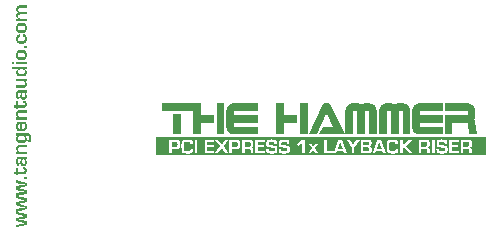
<source format=gto>
%FSAX24Y24*%
%MOIN*%
G70*
G01*
G75*
G04 Layer_Color=65535*
%ADD10C,0.0060*%
%ADD11R,0.0276X0.1654*%
%ADD12C,0.0200*%
%ADD13C,0.0120*%
%ADD14C,0.0472*%
%ADD15R,0.0472X0.0472*%
G04:AMPARAMS|DCode=16|XSize=47.2mil|YSize=47.2mil|CornerRadius=11.8mil|HoleSize=0mil|Usage=FLASHONLY|Rotation=0.000|XOffset=0mil|YOffset=0mil|HoleType=Round|Shape=RoundedRectangle|*
%AMROUNDEDRECTD16*
21,1,0.0472,0.0236,0,0,0.0*
21,1,0.0236,0.0472,0,0,0.0*
1,1,0.0236,0.0118,-0.0118*
1,1,0.0236,-0.0118,-0.0118*
1,1,0.0236,-0.0118,0.0118*
1,1,0.0236,0.0118,0.0118*
%
%ADD16ROUNDEDRECTD16*%
%ADD17C,0.0350*%
%ADD18C,0.0300*%
%ADD19C,0.0150*%
G36*
X020719Y016900D02*
X020728Y016899D01*
X020739Y016896D01*
X020764Y016890D01*
X020777Y016884D01*
X020791Y016876D01*
X020804Y016868D01*
X020816Y016859D01*
X020829Y016847D01*
X020840Y016834D01*
X020851Y016818D01*
X020860Y016800D01*
X021298Y015850D01*
X020460D01*
X020571Y016098D01*
X020924D01*
X020711Y016539D01*
X020709Y016540D01*
X020708Y016543D01*
X020704Y016546D01*
X020700Y016547D01*
X020696D01*
X020693Y016544D01*
X020691Y016542D01*
X020367Y015850D01*
X020100D01*
X020540Y016800D01*
Y016802D01*
X020543Y016804D01*
X020545Y016810D01*
X020548Y016816D01*
X020560Y016832D01*
X020567Y016842D01*
X020576Y016851D01*
X020587Y016860D01*
X020597Y016870D01*
X020611Y016878D01*
X020625Y016886D01*
X020641Y016892D01*
X020660Y016898D01*
X020679Y016900D01*
X020700Y016902D01*
X020711D01*
X020719Y016900D01*
D02*
G37*
G36*
X010700Y015024D02*
X010653Y015028D01*
Y015025D01*
X010654D01*
X010655Y015024D01*
X010657Y015022D01*
X010660Y015020D01*
X010665Y015017D01*
X010669Y015013D01*
X010673Y015009D01*
X010678Y015003D01*
X010683Y014996D01*
X010688Y014988D01*
X010692Y014979D01*
X010695Y014969D01*
X010699Y014958D01*
X010702Y014945D01*
X010703Y014930D01*
X010704Y014915D01*
Y014914D01*
Y014910D01*
X010703Y014904D01*
X010702Y014895D01*
X010701Y014886D01*
X010698Y014875D01*
X010695Y014864D01*
X010691Y014853D01*
X010685Y014841D01*
X010678Y014830D01*
X010670Y014819D01*
X010659Y014810D01*
X010647Y014802D01*
X010633Y014796D01*
X010616Y014792D01*
X010598Y014790D01*
X010593D01*
X010588Y014791D01*
X010581Y014793D01*
X010573Y014794D01*
X010564Y014797D01*
X010554Y014801D01*
X010544Y014806D01*
X010534Y014813D01*
X010524Y014821D01*
X010515Y014832D01*
X010507Y014844D01*
X010500Y014859D01*
X010495Y014876D01*
X010491Y014895D01*
X010490Y014918D01*
Y014919D01*
Y014922D01*
Y014926D01*
X010491Y014932D01*
X010491Y014939D01*
X010492Y014946D01*
X010495Y014963D01*
X010500Y014981D01*
X010507Y014998D01*
X010511Y015006D01*
X010517Y015012D01*
X010523Y015018D01*
X010530Y015022D01*
Y015024D01*
X010467D01*
X010460Y015023D01*
X010452Y015022D01*
X010444Y015020D01*
X010434Y015018D01*
X010427Y015014D01*
X010421Y015009D01*
X010420Y015009D01*
X010418Y015006D01*
X010416Y015003D01*
X010414Y014997D01*
X010412Y014990D01*
X010409Y014979D01*
X010408Y014967D01*
X010407Y014952D01*
Y014951D01*
Y014949D01*
Y014945D01*
X010408Y014942D01*
X010409Y014932D01*
X010413Y014920D01*
X010418Y014908D01*
X010422Y014903D01*
X010428Y014898D01*
X010433Y014894D01*
X010439Y014891D01*
X010447Y014889D01*
X010455Y014888D01*
Y014804D01*
X010449D01*
X010445Y014805D01*
X010440D01*
X010434Y014805D01*
X010421Y014808D01*
X010408Y014811D01*
X010394Y014816D01*
X010382Y014823D01*
X010377Y014828D01*
X010373Y014833D01*
X010372Y014834D01*
X010370Y014836D01*
X010370Y014839D01*
X010367Y014842D01*
X010366Y014847D01*
X010364Y014852D01*
X010362Y014858D01*
X010360Y014866D01*
X010358Y014874D01*
X010356Y014883D01*
X010355Y014894D01*
X010354Y014905D01*
X010352Y014918D01*
X010351Y014933D01*
Y014948D01*
Y014949D01*
Y014952D01*
Y014957D01*
Y014963D01*
X010352Y014971D01*
X010353Y014979D01*
X010354Y014988D01*
X010355Y014998D01*
X010358Y015019D01*
X010362Y015040D01*
X010365Y015050D01*
X010369Y015059D01*
X010373Y015066D01*
X010377Y015073D01*
Y015074D01*
X010379Y015075D01*
X010383Y015079D01*
X010386Y015081D01*
X010390Y015084D01*
X010394Y015087D01*
X010399Y015090D01*
X010405Y015093D01*
X010412Y015096D01*
X010421Y015099D01*
X010429Y015101D01*
X010439Y015104D01*
X010450Y015105D01*
X010462Y015107D01*
X010700D01*
Y015024D01*
D02*
G37*
G36*
Y014361D02*
X010611D01*
Y014444D01*
X010700D01*
Y014361D01*
D02*
G37*
G36*
X010612Y014757D02*
X010626Y014756D01*
X010627D01*
X010629Y014755D01*
X010633Y014754D01*
X010638Y014753D01*
X010644Y014751D01*
X010651Y014748D01*
X010658Y014744D01*
X010665Y014738D01*
X010673Y014732D01*
X010679Y014724D01*
X010686Y014715D01*
X010692Y014703D01*
X010697Y014691D01*
X010702Y014675D01*
X010704Y014658D01*
X010705Y014638D01*
Y014637D01*
Y014633D01*
X010704Y014628D01*
X010703Y014621D01*
X010702Y014613D01*
X010699Y014603D01*
X010696Y014593D01*
X010692Y014583D01*
X010686Y014573D01*
X010679Y014563D01*
X010672Y014554D01*
X010662Y014546D01*
X010651Y014538D01*
X010637Y014533D01*
X010621Y014530D01*
X010603Y014528D01*
X010418D01*
Y014484D01*
X010355D01*
Y014528D01*
X010278D01*
Y014611D01*
X010355D01*
Y014744D01*
X010418D01*
Y014611D01*
X010596D01*
X010600Y014612D01*
X010607Y014614D01*
X010616Y014616D01*
X010624Y014621D01*
X010632Y014627D01*
X010635Y014630D01*
X010637Y014636D01*
X010638Y014641D01*
X010639Y014647D01*
Y014648D01*
Y014649D01*
X010638Y014653D01*
X010636Y014660D01*
X010632Y014668D01*
X010628Y014671D01*
X010625Y014675D01*
X010620Y014678D01*
X010615Y014681D01*
X010608Y014684D01*
X010600Y014686D01*
X010591Y014687D01*
X010581Y014688D01*
X010568D01*
Y014758D01*
X010606D01*
X010612Y014757D01*
D02*
G37*
G36*
X020064Y015850D02*
X019815D01*
Y016884D01*
X020064D01*
Y015850D01*
D02*
G37*
G36*
X010612Y016276D02*
X010619Y016274D01*
X010627Y016272D01*
X010635Y016268D01*
X010644Y016264D01*
X010654Y016257D01*
X010663Y016249D01*
X010672Y016239D01*
X010680Y016227D01*
X010688Y016213D01*
X010695Y016195D01*
X010697Y016185D01*
X010699Y016174D01*
X010702Y016163D01*
X010702Y016151D01*
X010704Y016138D01*
Y016124D01*
Y016124D01*
Y016120D01*
Y016114D01*
X010703Y016108D01*
Y016099D01*
X010702Y016090D01*
X010701Y016080D01*
X010699Y016069D01*
X010695Y016046D01*
X010689Y016024D01*
X010686Y016014D01*
X010681Y016005D01*
X010676Y015996D01*
X010670Y015990D01*
X010669D01*
X010668Y015988D01*
X010666Y015987D01*
X010662Y015985D01*
X010658Y015983D01*
X010653Y015980D01*
X010646Y015977D01*
X010638Y015974D01*
X010628Y015971D01*
X010618Y015968D01*
X010606Y015966D01*
X010592Y015963D01*
X010577Y015961D01*
X010560Y015960D01*
X010542Y015958D01*
X010511D01*
X010504Y015959D01*
X010497D01*
X010488Y015960D01*
X010477Y015961D01*
X010466Y015962D01*
X010444Y015967D01*
X010421Y015972D01*
X010411Y015976D01*
X010402Y015980D01*
X010393Y015985D01*
X010386Y015991D01*
X010385Y015992D01*
X010384Y015993D01*
X010383Y015995D01*
X010380Y015998D01*
X010377Y016002D01*
X010374Y016007D01*
X010371Y016012D01*
X010368Y016020D01*
X010365Y016028D01*
X010362Y016038D01*
X010359Y016048D01*
X010356Y016060D01*
X010354Y016073D01*
X010352Y016088D01*
X010351Y016103D01*
Y016120D01*
Y016121D01*
Y016124D01*
Y016130D01*
X010351Y016136D01*
Y016143D01*
X010352Y016152D01*
X010354Y016161D01*
X010355Y016171D01*
X010359Y016191D01*
X010365Y016212D01*
X010369Y016222D01*
X010374Y016230D01*
X010379Y016238D01*
X010385Y016245D01*
Y016245D01*
X010386Y016246D01*
X010389Y016248D01*
X010392Y016250D01*
X010396Y016252D01*
X010401Y016254D01*
X010407Y016257D01*
X010414Y016260D01*
X010422Y016264D01*
X010432Y016267D01*
X010443Y016269D01*
X010455Y016271D01*
X010469Y016273D01*
X010483Y016275D01*
X010500Y016276D01*
X010517D01*
X010542Y016276D01*
Y016042D01*
X010566D01*
X010574Y016043D01*
X010585Y016044D01*
X010596Y016046D01*
X010608Y016048D01*
X010618Y016052D01*
X010622Y016055D01*
X010625Y016057D01*
X010626Y016058D01*
X010628Y016060D01*
X010631Y016065D01*
X010634Y016071D01*
X010637Y016079D01*
X010640Y016090D01*
X010641Y016104D01*
X010642Y016120D01*
Y016120D01*
Y016122D01*
Y016124D01*
Y016127D01*
X010641Y016135D01*
X010641Y016144D01*
X010640Y016154D01*
X010638Y016164D01*
X010635Y016173D01*
X010632Y016179D01*
X010632Y016180D01*
X010630Y016181D01*
X010628Y016184D01*
X010623Y016186D01*
X010618Y016188D01*
X010610Y016190D01*
X010601Y016192D01*
X010590Y016193D01*
Y016276D01*
X010603Y016276D01*
X010608D01*
X010612Y016276D01*
D02*
G37*
G36*
X010700Y015417D02*
X010479D01*
X010456Y015415D01*
X010454D01*
X010450Y015414D01*
X010444Y015410D01*
X010436Y015406D01*
X010433Y015402D01*
X010429Y015398D01*
X010426Y015393D01*
X010423Y015388D01*
X010421Y015381D01*
X010418Y015373D01*
X010418Y015365D01*
X010417Y015355D01*
Y015354D01*
Y015351D01*
X010418Y015347D01*
X010418Y015342D01*
X010419Y015336D01*
X010421Y015329D01*
X010424Y015321D01*
X010427Y015314D01*
X010431Y015306D01*
X010436Y015299D01*
X010443Y015292D01*
X010450Y015286D01*
X010460Y015280D01*
X010470Y015277D01*
X010482Y015273D01*
X010496Y015273D01*
X010700D01*
Y015190D01*
X010355D01*
Y015272D01*
X010414Y015268D01*
Y015270D01*
X010413D01*
X010411Y015272D01*
X010408Y015273D01*
X010404Y015276D01*
X010399Y015279D01*
X010394Y015283D01*
X010389Y015287D01*
X010383Y015293D01*
X010377Y015299D01*
X010371Y015307D01*
X010366Y015316D01*
X010361Y015326D01*
X010358Y015337D01*
X010354Y015349D01*
X010352Y015363D01*
X010351Y015378D01*
Y015379D01*
Y015383D01*
X010352Y015389D01*
X010353Y015397D01*
X010355Y015406D01*
X010358Y015417D01*
X010361Y015428D01*
X010366Y015439D01*
X010372Y015451D01*
X010380Y015461D01*
X010389Y015472D01*
X010399Y015481D01*
X010412Y015489D01*
X010428Y015495D01*
X010446Y015499D01*
X010466Y015500D01*
X010700D01*
Y015417D01*
D02*
G37*
G36*
X010720Y015889D02*
X010727D01*
X010734Y015888D01*
X010743Y015887D01*
X010753Y015885D01*
X010772Y015882D01*
X010791Y015875D01*
X010800Y015872D01*
X010808Y015867D01*
X010816Y015862D01*
X010822Y015856D01*
Y015855D01*
X010823Y015854D01*
X010825Y015852D01*
X010827Y015849D01*
X010829Y015845D01*
X010832Y015840D01*
X010835Y015834D01*
X010838Y015827D01*
X010841Y015819D01*
X010844Y015810D01*
X010846Y015799D01*
X010848Y015788D01*
X010851Y015775D01*
X010852Y015761D01*
X010853Y015746D01*
X010854Y015729D01*
Y015729D01*
Y015726D01*
Y015721D01*
X010853Y015715D01*
Y015708D01*
X010852Y015700D01*
X010851Y015690D01*
X010851Y015681D01*
X010848Y015662D01*
X010843Y015642D01*
X010841Y015633D01*
X010838Y015624D01*
X010834Y015617D01*
X010829Y015611D01*
X010828Y015609D01*
X010825Y015606D01*
X010818Y015601D01*
X010814Y015598D01*
X010809Y015596D01*
X010803Y015593D01*
X010796Y015590D01*
X010788Y015588D01*
X010780Y015585D01*
X010770Y015584D01*
X010760Y015582D01*
X010749Y015581D01*
X010736D01*
Y015661D01*
X010741D01*
X010746Y015662D01*
X010753Y015662D01*
X010761Y015664D01*
X010768Y015666D01*
X010774Y015669D01*
X010778Y015673D01*
X010779Y015674D01*
X010780Y015676D01*
X010781Y015679D01*
X010783Y015685D01*
X010785Y015693D01*
X010787Y015703D01*
X010788Y015715D01*
X010788Y015730D01*
Y015731D01*
Y015733D01*
X010788Y015737D01*
Y015742D01*
X010786Y015748D01*
X010785Y015754D01*
X010780Y015769D01*
X010777Y015776D01*
X010772Y015783D01*
X010768Y015789D01*
X010762Y015795D01*
X010754Y015800D01*
X010746Y015804D01*
X010736Y015806D01*
X010724Y015807D01*
X010647D01*
Y015805D01*
X010648D01*
X010650Y015804D01*
X010653Y015802D01*
X010656Y015800D01*
X010660Y015797D01*
X010665Y015793D01*
X010670Y015789D01*
X010675Y015784D01*
X010680Y015777D01*
X010685Y015770D01*
X010689Y015762D01*
X010694Y015753D01*
X010697Y015742D01*
X010700Y015731D01*
X010702Y015718D01*
X010702Y015704D01*
Y015703D01*
Y015701D01*
Y015697D01*
X010702Y015691D01*
X010701Y015685D01*
X010700Y015678D01*
X010698Y015662D01*
X010693Y015643D01*
X010686Y015626D01*
X010682Y015617D01*
X010677Y015610D01*
X010672Y015603D01*
X010665Y015597D01*
X010664D01*
X010663Y015595D01*
X010660Y015595D01*
X010657Y015592D01*
X010653Y015590D01*
X010647Y015588D01*
X010641Y015585D01*
X010633Y015583D01*
X010624Y015580D01*
X010614Y015578D01*
X010602Y015576D01*
X010589Y015573D01*
X010575Y015571D01*
X010559Y015570D01*
X010542Y015569D01*
X010514D01*
X010507Y015569D01*
X010500D01*
X010491Y015570D01*
X010481Y015571D01*
X010470Y015573D01*
X010448Y015576D01*
X010425Y015581D01*
X010415Y015584D01*
X010405Y015588D01*
X010396Y015592D01*
X010389Y015597D01*
X010388D01*
X010387Y015598D01*
X010385Y015600D01*
X010383Y015603D01*
X010380Y015606D01*
X010377Y015610D01*
X010374Y015615D01*
X010370Y015620D01*
X010367Y015627D01*
X010363Y015635D01*
X010360Y015643D01*
X010358Y015653D01*
X010355Y015664D01*
X010353Y015675D01*
X010352Y015687D01*
X010351Y015701D01*
Y015702D01*
Y015705D01*
Y015709D01*
X010352Y015714D01*
X010353Y015721D01*
X010355Y015729D01*
X010359Y015745D01*
X010362Y015754D01*
X010366Y015764D01*
X010371Y015773D01*
X010377Y015781D01*
X010384Y015789D01*
X010393Y015796D01*
X010402Y015803D01*
X010412Y015808D01*
Y015811D01*
X010355Y015807D01*
Y015890D01*
X010714D01*
X010720Y015889D01*
D02*
G37*
G36*
X010700Y014245D02*
Y014123D01*
X010546Y014089D01*
X010545D01*
X010542Y014088D01*
X010539Y014087D01*
X010533Y014086D01*
X010523Y014083D01*
X010514Y014081D01*
X010504Y014079D01*
X010494Y014077D01*
X010485Y014075D01*
X010455Y014069D01*
X010425Y014063D01*
Y014060D01*
X010455Y014054D01*
X010485Y014048D01*
X010486D01*
X010489Y014048D01*
X010494Y014047D01*
X010501Y014045D01*
X010509Y014043D01*
X010520Y014041D01*
X010532Y014038D01*
X010546Y014035D01*
X010700Y014000D01*
Y013876D01*
X010355Y013799D01*
Y013883D01*
X010515Y013917D01*
X010517D01*
X010520Y013917D01*
X010526Y013919D01*
X010535Y013920D01*
X010544Y013922D01*
X010555Y013924D01*
X010567Y013927D01*
X010580Y013929D01*
X010612Y013934D01*
X010644Y013940D01*
Y013942D01*
X010612Y013949D01*
X010580Y013956D01*
X010578D01*
X010575Y013957D01*
X010570Y013958D01*
X010562Y013960D01*
X010553Y013962D01*
X010542Y013965D01*
X010530Y013968D01*
X010516Y013971D01*
X010355Y014008D01*
Y014114D01*
X010516Y014151D01*
X010517D01*
X010518Y014152D01*
X010520D01*
X010523Y014153D01*
X010531Y014155D01*
X010541Y014157D01*
X010551Y014159D01*
X010561Y014162D01*
X010571Y014164D01*
X010580Y014166D01*
X010612Y014173D01*
X010644Y014180D01*
Y014181D01*
X010612Y014188D01*
X010580Y014194D01*
X010578D01*
X010574Y014194D01*
X010568Y014196D01*
X010559Y014197D01*
X010549Y014199D01*
X010539Y014201D01*
X010515Y014206D01*
X010355Y014239D01*
Y014322D01*
X010700Y014245D01*
D02*
G37*
G36*
X022144Y016883D02*
X022153Y016882D01*
X022162Y016880D01*
X022186Y016876D01*
X022212Y016867D01*
X022240Y016855D01*
X022254Y016847D01*
X022269Y016838D01*
X022282Y016827D01*
X022296Y016815D01*
X022297Y016814D01*
X022298Y016812D01*
X022302Y016808D01*
X022306Y016803D01*
X022312Y016796D01*
X022317Y016788D01*
X022330Y016768D01*
X022344Y016744D01*
X022354Y016715D01*
X022362Y016683D01*
X022364Y016666D01*
X022365Y016648D01*
Y015850D01*
X022116D01*
Y016626D01*
Y016627D01*
Y016628D01*
X022114Y016630D01*
X022112Y016632D01*
Y016634D01*
X022110Y016635D01*
X022108Y016636D01*
X021980D01*
X021977Y016635D01*
X021973Y016632D01*
X021972Y016626D01*
Y015850D01*
X021722D01*
Y016626D01*
Y016627D01*
Y016628D01*
X021721Y016630D01*
X021718Y016632D01*
Y016634D01*
X021717Y016635D01*
X021714Y016636D01*
X021585D01*
X021584Y016635D01*
X021581Y016632D01*
X021580Y016631D01*
X021578Y016626D01*
Y015850D01*
X021329D01*
Y016648D01*
Y016650D01*
Y016652D01*
Y016658D01*
X021330Y016664D01*
X021332Y016674D01*
X021333Y016683D01*
X021337Y016706D01*
X021345Y016732D01*
X021358Y016760D01*
X021365Y016774D01*
X021374Y016788D01*
X021385Y016802D01*
X021397Y016815D01*
X021398Y016816D01*
X021400Y016818D01*
X021404Y016822D01*
X021409Y016826D01*
X021416Y016831D01*
X021424Y016836D01*
X021444Y016850D01*
X021469Y016863D01*
X021497Y016874D01*
X021529Y016882D01*
X021546Y016883D01*
X021565Y016884D01*
X021746D01*
X021756Y016883D01*
X021766Y016882D01*
X021778Y016879D01*
X021804Y016872D01*
X021805D01*
X021809Y016871D01*
X021814Y016868D01*
X021821Y016864D01*
X021836Y016856D01*
X021842Y016851D01*
X021846Y016844D01*
Y016846D01*
X021848Y016847D01*
X021850Y016850D01*
X021854Y016854D01*
X021860Y016858D01*
X021866Y016862D01*
X021876Y016867D01*
X021888Y016871D01*
X021889D01*
X021894Y016874D01*
X021901Y016875D01*
X021910Y016878D01*
X021921Y016880D01*
X021933Y016882D01*
X021960Y016884D01*
X022137D01*
X022144Y016883D01*
D02*
G37*
G36*
X016237Y016636D02*
X015200D01*
Y016884D01*
X016237D01*
Y016636D01*
D02*
G37*
G36*
X026000Y015150D02*
X015000D01*
Y015750D01*
X026000D01*
Y015150D01*
D02*
G37*
G36*
X023269Y016883D02*
X023278Y016882D01*
X023287Y016880D01*
X023311Y016876D01*
X023337Y016867D01*
X023365Y016855D01*
X023379Y016847D01*
X023394Y016838D01*
X023407Y016827D01*
X023421Y016815D01*
X023422Y016814D01*
X023423Y016812D01*
X023427Y016808D01*
X023431Y016803D01*
X023437Y016796D01*
X023442Y016788D01*
X023455Y016768D01*
X023469Y016744D01*
X023479Y016715D01*
X023487Y016683D01*
X023489Y016666D01*
X023490Y016648D01*
Y015850D01*
X023241D01*
Y016626D01*
Y016627D01*
Y016628D01*
X023239Y016630D01*
X023237Y016632D01*
Y016634D01*
X023235Y016635D01*
X023233Y016636D01*
X023105D01*
X023102Y016635D01*
X023098Y016632D01*
X023097Y016626D01*
Y015850D01*
X022847D01*
Y016626D01*
Y016627D01*
Y016628D01*
X022846Y016630D01*
X022843Y016632D01*
Y016634D01*
X022842Y016635D01*
X022839Y016636D01*
X022710D01*
X022709Y016635D01*
X022706Y016632D01*
X022705Y016631D01*
X022703Y016626D01*
Y015850D01*
X022454D01*
Y016648D01*
Y016650D01*
Y016652D01*
Y016658D01*
X022456Y016664D01*
X022457Y016674D01*
X022458Y016683D01*
X022462Y016706D01*
X022470Y016732D01*
X022484Y016760D01*
X022490Y016774D01*
X022500Y016788D01*
X022510Y016802D01*
X022522Y016815D01*
X022524Y016816D01*
X022525Y016818D01*
X022529Y016822D01*
X022534Y016826D01*
X022541Y016831D01*
X022549Y016836D01*
X022569Y016850D01*
X022594Y016863D01*
X022622Y016874D01*
X022654Y016882D01*
X022671Y016883D01*
X022690Y016884D01*
X022871D01*
X022881Y016883D01*
X022891Y016882D01*
X022903Y016879D01*
X022929Y016872D01*
X022930D01*
X022934Y016871D01*
X022939Y016868D01*
X022946Y016864D01*
X022961Y016856D01*
X022967Y016851D01*
X022971Y016844D01*
Y016846D01*
X022973Y016847D01*
X022975Y016850D01*
X022979Y016854D01*
X022985Y016858D01*
X022991Y016862D01*
X023001Y016867D01*
X023013Y016871D01*
X023014D01*
X023019Y016874D01*
X023026Y016875D01*
X023035Y016878D01*
X023046Y016880D01*
X023058Y016882D01*
X023085Y016884D01*
X023262D01*
X023269Y016883D01*
D02*
G37*
G36*
X010700Y013194D02*
Y013073D01*
X010546Y013038D01*
X010545D01*
X010542Y013038D01*
X010539Y013037D01*
X010533Y013035D01*
X010523Y013033D01*
X010514Y013031D01*
X010504Y013029D01*
X010494Y013027D01*
X010485Y013025D01*
X010455Y013019D01*
X010425Y013013D01*
Y013010D01*
X010455Y013004D01*
X010485Y012998D01*
X010486D01*
X010489Y012997D01*
X010494Y012997D01*
X010501Y012995D01*
X010509Y012993D01*
X010520Y012990D01*
X010532Y012988D01*
X010546Y012985D01*
X010700Y012950D01*
Y012826D01*
X010355Y012749D01*
Y012833D01*
X010515Y012866D01*
X010517D01*
X010520Y012867D01*
X010526Y012869D01*
X010535Y012870D01*
X010544Y012872D01*
X010555Y012874D01*
X010567Y012876D01*
X010580Y012879D01*
X010612Y012884D01*
X010644Y012890D01*
Y012892D01*
X010612Y012899D01*
X010580Y012906D01*
X010578D01*
X010575Y012907D01*
X010570Y012908D01*
X010562Y012910D01*
X010553Y012912D01*
X010542Y012914D01*
X010530Y012917D01*
X010516Y012920D01*
X010355Y012958D01*
Y013064D01*
X010516Y013101D01*
X010517D01*
X010518Y013102D01*
X010520D01*
X010523Y013102D01*
X010531Y013105D01*
X010541Y013107D01*
X010551Y013109D01*
X010561Y013111D01*
X010571Y013114D01*
X010580Y013116D01*
X010612Y013123D01*
X010644Y013130D01*
Y013131D01*
X010612Y013137D01*
X010580Y013143D01*
X010578D01*
X010574Y013144D01*
X010568Y013146D01*
X010559Y013147D01*
X010549Y013149D01*
X010539Y013151D01*
X010515Y013156D01*
X010355Y013189D01*
Y013272D01*
X010700Y013194D01*
D02*
G37*
G36*
Y013720D02*
Y013598D01*
X010546Y013564D01*
X010545D01*
X010542Y013563D01*
X010539Y013562D01*
X010533Y013560D01*
X010523Y013558D01*
X010514Y013556D01*
X010504Y013554D01*
X010494Y013552D01*
X010485Y013550D01*
X010455Y013544D01*
X010425Y013538D01*
Y013535D01*
X010455Y013529D01*
X010485Y013523D01*
X010486D01*
X010489Y013522D01*
X010494Y013522D01*
X010501Y013520D01*
X010509Y013518D01*
X010520Y013516D01*
X010532Y013513D01*
X010546Y013510D01*
X010700Y013475D01*
Y013351D01*
X010355Y013274D01*
Y013358D01*
X010515Y013392D01*
X010517D01*
X010520Y013392D01*
X010526Y013394D01*
X010535Y013395D01*
X010544Y013397D01*
X010555Y013399D01*
X010567Y013401D01*
X010580Y013404D01*
X010612Y013409D01*
X010644Y013415D01*
Y013417D01*
X010612Y013424D01*
X010580Y013431D01*
X010578D01*
X010575Y013432D01*
X010570Y013433D01*
X010562Y013435D01*
X010553Y013437D01*
X010542Y013439D01*
X010530Y013443D01*
X010516Y013446D01*
X010355Y013483D01*
Y013589D01*
X010516Y013626D01*
X010517D01*
X010518Y013627D01*
X010520D01*
X010523Y013627D01*
X010531Y013630D01*
X010541Y013632D01*
X010551Y013634D01*
X010561Y013637D01*
X010571Y013639D01*
X010580Y013641D01*
X010612Y013648D01*
X010644Y013655D01*
Y013656D01*
X010612Y013662D01*
X010580Y013669D01*
X010578D01*
X010574Y013669D01*
X010568Y013671D01*
X010559Y013672D01*
X010549Y013674D01*
X010539Y013676D01*
X010515Y013681D01*
X010355Y013714D01*
Y013797D01*
X010700Y013720D01*
D02*
G37*
G36*
X025432Y016883D02*
X025440Y016882D01*
X025451Y016880D01*
X025473Y016876D01*
X025499Y016867D01*
X025527Y016855D01*
X025541Y016847D01*
X025555Y016838D01*
X025569Y016827D01*
X025583Y016815D01*
X025584Y016814D01*
X025585Y016812D01*
X025589Y016808D01*
X025593Y016803D01*
X025599Y016796D01*
X025605Y016788D01*
X025619Y016768D01*
X025631Y016744D01*
X025643Y016715D01*
X025651Y016683D01*
X025652Y016666D01*
X025653Y016648D01*
Y016487D01*
Y016486D01*
Y016481D01*
X025652Y016473D01*
X025651Y016462D01*
X025649Y016450D01*
X025647Y016437D01*
X025640Y016410D01*
Y016409D01*
X025637Y016405D01*
X025635Y016399D01*
X025632Y016393D01*
X025623Y016378D01*
X025616Y016371D01*
X025609Y016367D01*
X025611D01*
X025612Y016365D01*
X025616Y016362D01*
X025620Y016358D01*
X025624Y016350D01*
X025629Y016342D01*
X025635Y016330D01*
X025639Y016315D01*
Y016314D01*
X025640Y016313D01*
X025641Y016309D01*
X025643Y016302D01*
X025645Y016295D01*
X025647Y016286D01*
X025649Y016274D01*
X025652Y016261D01*
X025708Y015850D01*
X025461D01*
X025404Y016231D01*
Y016233D01*
X025401Y016238D01*
X025397Y016242D01*
X025392Y016243D01*
X024888D01*
Y015850D01*
X024639D01*
Y016491D01*
X025395D01*
X025400Y016494D01*
X025401D01*
X025403Y016496D01*
X025404Y016498D01*
Y016502D01*
Y016626D01*
Y016627D01*
X025403Y016631D01*
X025399Y016635D01*
X025392Y016636D01*
X024639D01*
Y016884D01*
X025425D01*
X025432Y016883D01*
D02*
G37*
G36*
X024594Y016636D02*
X023814D01*
X023813Y016635D01*
X023810Y016632D01*
X023809Y016631D01*
X023807Y016626D01*
Y016493D01*
X024594D01*
Y016245D01*
X023807D01*
Y016110D01*
Y016109D01*
Y016106D01*
X023809Y016103D01*
X023810Y016101D01*
X023811Y016099D01*
X023817Y016098D01*
X024594D01*
Y015850D01*
X023785D01*
X023778Y015851D01*
X023769Y015853D01*
X023759Y015854D01*
X023737Y015858D01*
X023710Y015866D01*
X023682Y015879D01*
X023667Y015886D01*
X023653Y015895D01*
X023639Y015906D01*
X023626Y015918D01*
X023625Y015919D01*
X023623Y015921D01*
X023619Y015925D01*
X023615Y015930D01*
X023610Y015937D01*
X023605Y015945D01*
X023593Y015965D01*
X023579Y015990D01*
X023569Y016018D01*
X023561Y016050D01*
X023559Y016067D01*
X023558Y016086D01*
Y016648D01*
Y016650D01*
Y016652D01*
Y016658D01*
X023559Y016664D01*
X023561Y016674D01*
X023562Y016683D01*
X023566Y016706D01*
X023574Y016732D01*
X023587Y016760D01*
X023594Y016774D01*
X023603Y016788D01*
X023614Y016802D01*
X023626Y016815D01*
X023627Y016816D01*
X023629Y016818D01*
X023633Y016822D01*
X023638Y016826D01*
X023645Y016831D01*
X023653Y016836D01*
X023673Y016850D01*
X023698Y016863D01*
X023726Y016874D01*
X023758Y016882D01*
X023775Y016883D01*
X023794Y016884D01*
X024594D01*
Y016636D01*
D02*
G37*
G36*
X016502Y016491D02*
X016952D01*
Y016243D01*
X016502D01*
Y015850D01*
X016253D01*
Y016884D01*
X016502D01*
Y016491D01*
D02*
G37*
G36*
X010700Y018725D02*
X010611D01*
Y018808D01*
X010700D01*
Y018725D01*
D02*
G37*
G36*
Y018184D02*
X010355D01*
Y018266D01*
X010700D01*
Y018184D01*
D02*
G37*
G36*
X010536Y018660D02*
X010546D01*
X010556Y018659D01*
X010568Y018658D01*
X010580Y018657D01*
X010606Y018653D01*
X010630Y018648D01*
X010641Y018645D01*
X010652Y018640D01*
X010661Y018636D01*
X010669Y018630D01*
X010670Y018629D01*
X010672Y018626D01*
X010674Y018624D01*
X010677Y018620D01*
X010680Y018616D01*
X010683Y018610D01*
X010686Y018603D01*
X010689Y018595D01*
X010692Y018585D01*
X010695Y018575D01*
X010698Y018563D01*
X010701Y018550D01*
X010702Y018536D01*
X010703Y018520D01*
X010704Y018502D01*
Y018501D01*
Y018498D01*
Y018493D01*
X010703Y018486D01*
Y018477D01*
X010702Y018467D01*
X010701Y018457D01*
X010700Y018445D01*
X010695Y018422D01*
X010690Y018400D01*
X010686Y018390D01*
X010682Y018381D01*
X010677Y018372D01*
X010671Y018365D01*
X010670D01*
X010670Y018364D01*
X010667Y018362D01*
X010664Y018361D01*
X010660Y018359D01*
X010654Y018356D01*
X010648Y018352D01*
X010640Y018350D01*
X010632Y018347D01*
X010621Y018344D01*
X010609Y018342D01*
X010595Y018339D01*
X010581Y018337D01*
X010564Y018336D01*
X010546Y018334D01*
X010515D01*
X010507Y018335D01*
X010499D01*
X010489Y018336D01*
X010479Y018336D01*
X010467Y018338D01*
X010443Y018342D01*
X010420Y018347D01*
X010409Y018350D01*
X010399Y018355D01*
X010391Y018359D01*
X010384Y018365D01*
X010383Y018365D01*
X010383Y018366D01*
X010381Y018368D01*
X010379Y018371D01*
X010377Y018375D01*
X010374Y018380D01*
X010370Y018386D01*
X010367Y018393D01*
X010364Y018401D01*
X010362Y018410D01*
X010359Y018422D01*
X010357Y018434D01*
X010355Y018448D01*
X010353Y018463D01*
X010351Y018480D01*
Y018498D01*
Y018499D01*
Y018502D01*
Y018507D01*
X010352Y018514D01*
Y018522D01*
X010353Y018531D01*
X010354Y018541D01*
X010355Y018552D01*
X010359Y018574D01*
X010365Y018596D01*
X010368Y018606D01*
X010373Y018615D01*
X010378Y018623D01*
X010383Y018629D01*
X010385Y018631D01*
X010387Y018633D01*
X010390Y018634D01*
X010394Y018637D01*
X010399Y018639D01*
X010405Y018642D01*
X010412Y018645D01*
X010421Y018648D01*
X010431Y018651D01*
X010441Y018654D01*
X010453Y018656D01*
X010468Y018658D01*
X010483Y018659D01*
X010500Y018661D01*
X010529D01*
X010536Y018660D01*
D02*
G37*
G36*
X015844Y015850D02*
X015595D01*
Y016547D01*
X015844D01*
Y015850D01*
D02*
G37*
G36*
X010700Y020066D02*
X010483D01*
X010479Y020065D01*
X010473Y020065D01*
X010467Y020063D01*
X010453Y020059D01*
X010447Y020056D01*
X010440Y020052D01*
X010434Y020046D01*
X010428Y020040D01*
X010424Y020034D01*
X010420Y020025D01*
X010418Y020016D01*
X010417Y020005D01*
Y020005D01*
Y020002D01*
X010418Y019999D01*
X010418Y019994D01*
X010419Y019988D01*
X010421Y019982D01*
X010424Y019975D01*
X010427Y019968D01*
X010431Y019961D01*
X010437Y019954D01*
X010444Y019948D01*
X010452Y019942D01*
X010461Y019938D01*
X010472Y019934D01*
X010485Y019932D01*
X010499Y019931D01*
X010700D01*
Y019848D01*
X010480D01*
X010472Y019847D01*
X010464Y019846D01*
X010454Y019845D01*
X010445Y019843D01*
X010437Y019840D01*
X010431Y019836D01*
X010430Y019836D01*
X010428Y019834D01*
X010426Y019831D01*
X010424Y019827D01*
X010421Y019820D01*
X010419Y019811D01*
X010418Y019801D01*
X010417Y019788D01*
Y019788D01*
Y019785D01*
X010418Y019782D01*
X010418Y019777D01*
X010419Y019771D01*
X010421Y019765D01*
X010424Y019758D01*
X010428Y019751D01*
X010432Y019744D01*
X010437Y019737D01*
X010444Y019731D01*
X010452Y019725D01*
X010462Y019720D01*
X010473Y019716D01*
X010486Y019714D01*
X010501Y019713D01*
X010700D01*
Y019630D01*
X010355D01*
Y019713D01*
X010409Y019711D01*
X010409Y019712D01*
X010409D01*
X010407Y019714D01*
X010404Y019715D01*
X010400Y019718D01*
X010396Y019721D01*
X010391Y019725D01*
X010386Y019729D01*
X010380Y019735D01*
X010375Y019741D01*
X010370Y019749D01*
X010365Y019757D01*
X010361Y019767D01*
X010357Y019778D01*
X010354Y019790D01*
X010352Y019803D01*
X010351Y019817D01*
Y019818D01*
Y019821D01*
X010352Y019826D01*
Y019832D01*
X010354Y019839D01*
X010355Y019847D01*
X010359Y019865D01*
X010363Y019874D01*
X010367Y019884D01*
X010372Y019892D01*
X010378Y019900D01*
X010386Y019907D01*
X010394Y019913D01*
X010404Y019918D01*
X010415Y019921D01*
Y019922D01*
X010415D01*
X010412Y019924D01*
X010409Y019925D01*
X010405Y019928D01*
X010400Y019931D01*
X010395Y019935D01*
X010390Y019939D01*
X010383Y019945D01*
X010377Y019951D01*
X010372Y019959D01*
X010366Y019968D01*
X010361Y019978D01*
X010358Y019989D01*
X010355Y020001D01*
X010352Y020015D01*
X010351Y020029D01*
Y020030D01*
Y020034D01*
X010352Y020040D01*
X010353Y020048D01*
X010355Y020057D01*
X010358Y020067D01*
X010361Y020078D01*
X010367Y020089D01*
X010373Y020101D01*
X010381Y020111D01*
X010391Y020121D01*
X010402Y020130D01*
X010416Y020138D01*
X010432Y020144D01*
X010451Y020148D01*
X010472Y020149D01*
X010700D01*
Y020066D01*
D02*
G37*
G36*
X010633Y019182D02*
X010634D01*
X010636Y019181D01*
X010640Y019180D01*
X010644Y019177D01*
X010650Y019174D01*
X010655Y019171D01*
X010662Y019164D01*
X010668Y019158D01*
X010675Y019149D01*
X010682Y019139D01*
X010687Y019127D01*
X010692Y019113D01*
X010697Y019097D01*
X010701Y019078D01*
X010703Y019058D01*
X010704Y019034D01*
Y019034D01*
Y019030D01*
Y019025D01*
X010703Y019018D01*
Y019011D01*
X010702Y019002D01*
X010701Y018992D01*
X010699Y018982D01*
X010695Y018960D01*
X010689Y018938D01*
X010685Y018929D01*
X010680Y018919D01*
X010675Y018912D01*
X010669Y018905D01*
X010668D01*
X010667Y018903D01*
X010665Y018902D01*
X010662Y018900D01*
X010657Y018897D01*
X010652Y018895D01*
X010646Y018892D01*
X010638Y018889D01*
X010629Y018886D01*
X010619Y018883D01*
X010607Y018881D01*
X010595Y018878D01*
X010581Y018876D01*
X010565Y018875D01*
X010547Y018874D01*
X010528Y018873D01*
X010518D01*
X010511Y018874D01*
X010503D01*
X010493Y018875D01*
X010482Y018876D01*
X010472Y018877D01*
X010448Y018881D01*
X010425Y018887D01*
X010414Y018891D01*
X010404Y018894D01*
X010396Y018900D01*
X010388Y018905D01*
X010387Y018906D01*
X010386Y018906D01*
X010385Y018909D01*
X010382Y018912D01*
X010380Y018915D01*
X010377Y018920D01*
X010373Y018926D01*
X010370Y018932D01*
X010366Y018941D01*
X010363Y018950D01*
X010360Y018960D01*
X010357Y018971D01*
X010355Y018984D01*
X010353Y018998D01*
X010352Y019013D01*
X010351Y019030D01*
Y019031D01*
Y019034D01*
Y019038D01*
X010352Y019044D01*
Y019051D01*
X010353Y019059D01*
X010354Y019069D01*
X010355Y019078D01*
X010358Y019098D01*
X010363Y019118D01*
X010366Y019128D01*
X010369Y019136D01*
X010374Y019144D01*
X010378Y019151D01*
X010380Y019152D01*
X010383Y019156D01*
X010386Y019158D01*
X010390Y019161D01*
X010395Y019164D01*
X010400Y019167D01*
X010406Y019170D01*
X010414Y019173D01*
X010421Y019175D01*
X010431Y019177D01*
X010440Y019180D01*
X010452Y019181D01*
X010464Y019183D01*
X010477D01*
Y019101D01*
X010475D01*
X010472Y019100D01*
X010468D01*
X010458Y019097D01*
X010453Y019094D01*
X010447Y019092D01*
X010441Y019088D01*
X010436Y019084D01*
X010431Y019078D01*
X010426Y019072D01*
X010422Y019063D01*
X010419Y019054D01*
X010418Y019043D01*
X010417Y019031D01*
Y019031D01*
Y019029D01*
Y019027D01*
Y019024D01*
X010418Y019015D01*
X010419Y019005D01*
X010421Y018994D01*
X010425Y018984D01*
X010430Y018975D01*
X010433Y018972D01*
X010437Y018969D01*
X010437Y018968D01*
X010440Y018967D01*
X010447Y018965D01*
X010450Y018964D01*
X010456Y018963D01*
X010461Y018962D01*
X010468Y018961D01*
X010476Y018960D01*
X010484Y018959D01*
X010494Y018958D01*
X010504Y018957D01*
X010517Y018957D01*
X010541D01*
X010547Y018957D01*
X010553D01*
X010568Y018958D01*
X010584Y018960D01*
X010598Y018963D01*
X010605Y018964D01*
X010611Y018966D01*
X010616Y018968D01*
X010620Y018970D01*
X010621Y018971D01*
X010623Y018973D01*
X010626Y018977D01*
X010629Y018984D01*
X010632Y018993D01*
X010634Y018999D01*
X010635Y019005D01*
X010637Y019012D01*
X010638Y019020D01*
X010638Y019028D01*
Y019038D01*
Y019039D01*
Y019040D01*
Y019042D01*
Y019045D01*
X010638Y019053D01*
X010637Y019061D01*
X010635Y019070D01*
X010633Y019079D01*
X010630Y019087D01*
X010626Y019093D01*
X010625Y019094D01*
X010623Y019095D01*
X010619Y019097D01*
X010614Y019099D01*
X010606Y019101D01*
X010596Y019104D01*
X010584Y019104D01*
X010568Y019105D01*
Y019187D01*
X010581D01*
X010633Y019182D01*
D02*
G37*
G36*
X010536Y019561D02*
X010546D01*
X010556Y019560D01*
X010568Y019559D01*
X010580Y019558D01*
X010606Y019554D01*
X010630Y019549D01*
X010641Y019546D01*
X010652Y019541D01*
X010661Y019537D01*
X010669Y019531D01*
X010670Y019530D01*
X010672Y019527D01*
X010674Y019525D01*
X010677Y019521D01*
X010680Y019517D01*
X010683Y019511D01*
X010686Y019504D01*
X010689Y019496D01*
X010692Y019486D01*
X010695Y019476D01*
X010698Y019464D01*
X010701Y019451D01*
X010702Y019437D01*
X010703Y019421D01*
X010704Y019403D01*
Y019402D01*
Y019399D01*
Y019394D01*
X010703Y019387D01*
Y019378D01*
X010702Y019368D01*
X010701Y019358D01*
X010700Y019346D01*
X010695Y019324D01*
X010690Y019301D01*
X010686Y019291D01*
X010682Y019282D01*
X010677Y019273D01*
X010671Y019266D01*
X010670D01*
X010670Y019265D01*
X010667Y019263D01*
X010664Y019262D01*
X010660Y019260D01*
X010654Y019257D01*
X010648Y019254D01*
X010640Y019251D01*
X010632Y019248D01*
X010621Y019245D01*
X010609Y019243D01*
X010595Y019240D01*
X010581Y019238D01*
X010564Y019237D01*
X010546Y019235D01*
X010515D01*
X010507Y019236D01*
X010499D01*
X010489Y019237D01*
X010479Y019238D01*
X010467Y019239D01*
X010443Y019243D01*
X010420Y019248D01*
X010409Y019251D01*
X010399Y019256D01*
X010391Y019260D01*
X010384Y019266D01*
X010383Y019266D01*
X010383Y019267D01*
X010381Y019269D01*
X010379Y019272D01*
X010377Y019276D01*
X010374Y019281D01*
X010370Y019287D01*
X010367Y019294D01*
X010364Y019302D01*
X010362Y019311D01*
X010359Y019323D01*
X010357Y019335D01*
X010355Y019349D01*
X010353Y019364D01*
X010351Y019381D01*
Y019399D01*
Y019400D01*
Y019403D01*
Y019408D01*
X010352Y019415D01*
Y019423D01*
X010353Y019432D01*
X010354Y019442D01*
X010355Y019453D01*
X010359Y019475D01*
X010365Y019497D01*
X010368Y019507D01*
X010373Y019516D01*
X010378Y019524D01*
X010383Y019531D01*
X010385Y019532D01*
X010387Y019534D01*
X010390Y019535D01*
X010394Y019538D01*
X010399Y019540D01*
X010405Y019543D01*
X010412Y019546D01*
X010421Y019549D01*
X010431Y019552D01*
X010441Y019555D01*
X010453Y019557D01*
X010468Y019559D01*
X010483Y019560D01*
X010500Y019562D01*
X010529D01*
X010536Y019561D01*
D02*
G37*
G36*
X010277Y018184D02*
X010208D01*
Y018266D01*
X010277D01*
Y018184D01*
D02*
G37*
G36*
X010612Y016973D02*
X010626Y016972D01*
X010627D01*
X010629Y016971D01*
X010633Y016971D01*
X010638Y016969D01*
X010644Y016967D01*
X010651Y016964D01*
X010658Y016960D01*
X010665Y016955D01*
X010673Y016948D01*
X010679Y016940D01*
X010686Y016931D01*
X010692Y016920D01*
X010697Y016907D01*
X010702Y016891D01*
X010704Y016874D01*
X010705Y016854D01*
Y016853D01*
Y016850D01*
X010704Y016844D01*
X010703Y016837D01*
X010702Y016829D01*
X010699Y016819D01*
X010696Y016809D01*
X010692Y016799D01*
X010686Y016789D01*
X010679Y016779D01*
X010672Y016770D01*
X010662Y016762D01*
X010651Y016754D01*
X010637Y016749D01*
X010621Y016746D01*
X010603Y016744D01*
X010418D01*
Y016700D01*
X010355D01*
Y016744D01*
X010278D01*
Y016827D01*
X010355D01*
Y016960D01*
X010418D01*
Y016827D01*
X010596D01*
X010600Y016828D01*
X010607Y016830D01*
X010616Y016832D01*
X010624Y016837D01*
X010632Y016843D01*
X010635Y016846D01*
X010637Y016852D01*
X010638Y016857D01*
X010639Y016863D01*
Y016864D01*
Y016865D01*
X010638Y016869D01*
X010636Y016876D01*
X010632Y016884D01*
X010628Y016887D01*
X010625Y016891D01*
X010620Y016894D01*
X010615Y016897D01*
X010608Y016900D01*
X010600Y016902D01*
X010591Y016903D01*
X010581Y016904D01*
X010568D01*
Y016974D01*
X010606D01*
X010612Y016973D01*
D02*
G37*
G36*
X018398Y016636D02*
X017618D01*
X017617Y016635D01*
X017614Y016632D01*
X017613Y016631D01*
X017611Y016626D01*
Y016493D01*
X018398D01*
Y016245D01*
X017611D01*
Y016110D01*
Y016109D01*
Y016106D01*
X017613Y016103D01*
X017614Y016101D01*
X017615Y016099D01*
X017621Y016098D01*
X018398D01*
Y015850D01*
X017589D01*
X017582Y015851D01*
X017573Y015853D01*
X017563Y015854D01*
X017541Y015858D01*
X017514Y015866D01*
X017486Y015879D01*
X017471Y015886D01*
X017457Y015895D01*
X017443Y015906D01*
X017430Y015918D01*
X017429Y015919D01*
X017427Y015921D01*
X017423Y015925D01*
X017419Y015930D01*
X017414Y015937D01*
X017409Y015945D01*
X017397Y015965D01*
X017383Y015990D01*
X017373Y016018D01*
X017365Y016050D01*
X017363Y016067D01*
X017362Y016086D01*
Y016648D01*
Y016650D01*
Y016652D01*
Y016658D01*
X017363Y016664D01*
X017365Y016674D01*
X017366Y016683D01*
X017370Y016706D01*
X017378Y016732D01*
X017391Y016760D01*
X017398Y016774D01*
X017407Y016788D01*
X017418Y016802D01*
X017430Y016815D01*
X017431Y016816D01*
X017433Y016818D01*
X017437Y016822D01*
X017442Y016826D01*
X017449Y016831D01*
X017457Y016836D01*
X017477Y016850D01*
X017502Y016863D01*
X017530Y016874D01*
X017562Y016882D01*
X017579Y016883D01*
X017598Y016884D01*
X018398D01*
Y016636D01*
D02*
G37*
G36*
X019278Y016491D02*
X019727D01*
Y016243D01*
X019278D01*
Y015850D01*
X019028D01*
Y016884D01*
X019278D01*
Y016491D01*
D02*
G37*
G36*
X010700Y016573D02*
X010479D01*
X010456Y016571D01*
X010454D01*
X010450Y016569D01*
X010444Y016566D01*
X010436Y016562D01*
X010433Y016558D01*
X010429Y016554D01*
X010426Y016549D01*
X010423Y016544D01*
X010421Y016537D01*
X010418Y016529D01*
X010418Y016521D01*
X010417Y016511D01*
Y016510D01*
Y016507D01*
X010418Y016503D01*
X010418Y016498D01*
X010419Y016492D01*
X010421Y016485D01*
X010424Y016477D01*
X010427Y016470D01*
X010431Y016462D01*
X010436Y016455D01*
X010443Y016448D01*
X010450Y016442D01*
X010460Y016436D01*
X010470Y016432D01*
X010482Y016429D01*
X010496Y016429D01*
X010700D01*
Y016346D01*
X010355D01*
Y016428D01*
X010414Y016424D01*
Y016426D01*
X010413D01*
X010411Y016428D01*
X010408Y016429D01*
X010404Y016432D01*
X010399Y016435D01*
X010394Y016439D01*
X010389Y016443D01*
X010383Y016448D01*
X010377Y016455D01*
X010371Y016463D01*
X010366Y016472D01*
X010361Y016482D01*
X010358Y016493D01*
X010354Y016505D01*
X010352Y016518D01*
X010351Y016534D01*
Y016535D01*
Y016539D01*
X010352Y016545D01*
X010353Y016553D01*
X010355Y016562D01*
X010358Y016573D01*
X010361Y016584D01*
X010366Y016595D01*
X010372Y016607D01*
X010380Y016617D01*
X010389Y016628D01*
X010399Y016637D01*
X010412Y016645D01*
X010428Y016651D01*
X010446Y016655D01*
X010466Y016656D01*
X010700D01*
Y016573D01*
D02*
G37*
G36*
X017289Y015850D02*
X017040D01*
Y016884D01*
X017289D01*
Y015850D01*
D02*
G37*
G36*
X010700Y018021D02*
X010645Y018024D01*
X010644Y018022D01*
X010645D01*
X010647Y018021D01*
X010650Y018019D01*
X010654Y018018D01*
X010658Y018015D01*
X010663Y018011D01*
X010669Y018005D01*
X010674Y018000D01*
X010680Y017994D01*
X010686Y017986D01*
X010691Y017977D01*
X010695Y017968D01*
X010699Y017957D01*
X010702Y017945D01*
X010704Y017932D01*
X010705Y017917D01*
Y017916D01*
Y017913D01*
Y017910D01*
X010704Y017904D01*
X010703Y017897D01*
X010702Y017890D01*
X010700Y017873D01*
X010695Y017855D01*
X010689Y017837D01*
X010685Y017828D01*
X010679Y017821D01*
X010674Y017814D01*
X010667Y017808D01*
X010667D01*
X010666Y017808D01*
X010663Y017806D01*
X010660Y017805D01*
X010655Y017802D01*
X010650Y017800D01*
X010642Y017798D01*
X010635Y017795D01*
X010625Y017793D01*
X010614Y017791D01*
X010602Y017789D01*
X010587Y017786D01*
X010572Y017785D01*
X010555Y017783D01*
X010536Y017782D01*
X010507D01*
X010501Y017783D01*
X010493D01*
X010485Y017784D01*
X010476Y017785D01*
X010466Y017786D01*
X010444Y017789D01*
X010423Y017795D01*
X010413Y017798D01*
X010404Y017802D01*
X010396Y017806D01*
X010388Y017811D01*
X010387D01*
X010386Y017812D01*
X010382Y017816D01*
X010380Y017820D01*
X010377Y017824D01*
X010373Y017828D01*
X010370Y017834D01*
X010366Y017840D01*
X010363Y017848D01*
X010360Y017856D01*
X010357Y017865D01*
X010355Y017875D01*
X010353Y017887D01*
X010352Y017899D01*
X010351Y017912D01*
Y017913D01*
Y017916D01*
Y017919D01*
X010352Y017926D01*
X010353Y017932D01*
X010355Y017940D01*
X010358Y017957D01*
X010361Y017966D01*
X010364Y017975D01*
X010369Y017983D01*
X010374Y017993D01*
X010380Y018000D01*
X010387Y018007D01*
X010396Y018013D01*
X010405Y018018D01*
Y018019D01*
X010208D01*
Y018102D01*
X010700D01*
Y018021D01*
D02*
G37*
G36*
Y017240D02*
X010653Y017244D01*
Y017241D01*
X010654D01*
X010655Y017240D01*
X010657Y017238D01*
X010660Y017236D01*
X010665Y017233D01*
X010669Y017229D01*
X010673Y017225D01*
X010678Y017219D01*
X010683Y017212D01*
X010688Y017204D01*
X010692Y017195D01*
X010695Y017185D01*
X010699Y017174D01*
X010702Y017161D01*
X010703Y017146D01*
X010704Y017131D01*
Y017130D01*
Y017126D01*
X010703Y017120D01*
X010702Y017111D01*
X010701Y017102D01*
X010698Y017091D01*
X010695Y017080D01*
X010691Y017069D01*
X010685Y017057D01*
X010678Y017046D01*
X010670Y017035D01*
X010659Y017026D01*
X010647Y017018D01*
X010633Y017012D01*
X010616Y017008D01*
X010598Y017006D01*
X010593D01*
X010588Y017007D01*
X010581Y017009D01*
X010573Y017010D01*
X010564Y017013D01*
X010554Y017017D01*
X010544Y017022D01*
X010534Y017029D01*
X010524Y017037D01*
X010515Y017048D01*
X010507Y017060D01*
X010500Y017075D01*
X010495Y017092D01*
X010491Y017111D01*
X010490Y017134D01*
Y017135D01*
Y017138D01*
Y017142D01*
X010491Y017148D01*
X010491Y017155D01*
X010492Y017162D01*
X010495Y017179D01*
X010500Y017197D01*
X010507Y017214D01*
X010511Y017222D01*
X010517Y017228D01*
X010523Y017234D01*
X010530Y017238D01*
Y017240D01*
X010467D01*
X010460Y017239D01*
X010452Y017238D01*
X010444Y017236D01*
X010434Y017234D01*
X010427Y017230D01*
X010421Y017225D01*
X010420Y017225D01*
X010418Y017222D01*
X010416Y017219D01*
X010414Y017213D01*
X010412Y017206D01*
X010409Y017195D01*
X010408Y017183D01*
X010407Y017168D01*
Y017167D01*
Y017165D01*
Y017162D01*
X010408Y017158D01*
X010409Y017148D01*
X010413Y017136D01*
X010418Y017124D01*
X010422Y017119D01*
X010428Y017114D01*
X010433Y017111D01*
X010439Y017107D01*
X010447Y017105D01*
X010455Y017104D01*
Y017020D01*
X010449D01*
X010445Y017021D01*
X010440D01*
X010434Y017021D01*
X010421Y017024D01*
X010408Y017027D01*
X010394Y017032D01*
X010382Y017039D01*
X010377Y017044D01*
X010373Y017049D01*
X010372Y017050D01*
X010370Y017052D01*
X010370Y017055D01*
X010367Y017058D01*
X010366Y017063D01*
X010364Y017068D01*
X010362Y017074D01*
X010360Y017082D01*
X010358Y017090D01*
X010356Y017099D01*
X010355Y017110D01*
X010354Y017121D01*
X010352Y017134D01*
X010351Y017149D01*
Y017164D01*
Y017165D01*
Y017168D01*
Y017173D01*
Y017179D01*
X010352Y017187D01*
X010353Y017195D01*
X010354Y017204D01*
X010355Y017214D01*
X010358Y017235D01*
X010362Y017256D01*
X010365Y017266D01*
X010369Y017275D01*
X010373Y017283D01*
X010377Y017289D01*
Y017290D01*
X010379Y017291D01*
X010383Y017295D01*
X010386Y017297D01*
X010390Y017300D01*
X010394Y017303D01*
X010399Y017306D01*
X010405Y017309D01*
X010412Y017312D01*
X010421Y017315D01*
X010429Y017318D01*
X010439Y017320D01*
X010450Y017321D01*
X010462Y017323D01*
X010700D01*
Y017240D01*
D02*
G37*
G36*
Y017629D02*
X010641Y017633D01*
X010641Y017632D01*
X010641D01*
X010644Y017630D01*
X010647Y017629D01*
X010651Y017626D01*
X010655Y017623D01*
X010660Y017620D01*
X010667Y017614D01*
X010672Y017609D01*
X010678Y017602D01*
X010684Y017594D01*
X010689Y017585D01*
X010694Y017575D01*
X010698Y017563D01*
X010701Y017550D01*
X010703Y017536D01*
X010704Y017521D01*
Y017519D01*
Y017515D01*
X010703Y017510D01*
X010702Y017502D01*
X010700Y017494D01*
X010698Y017484D01*
X010694Y017474D01*
X010689Y017463D01*
X010683Y017451D01*
X010676Y017441D01*
X010666Y017432D01*
X010654Y017423D01*
X010641Y017415D01*
X010625Y017410D01*
X010608Y017406D01*
X010587Y017404D01*
X010355D01*
Y017487D01*
X010574D01*
X010582Y017488D01*
X010591Y017489D01*
X010600Y017490D01*
X010610Y017493D01*
X010619Y017496D01*
X010625Y017499D01*
X010625Y017500D01*
X010627Y017502D01*
X010629Y017505D01*
X010632Y017510D01*
X010634Y017517D01*
X010636Y017526D01*
X010638Y017537D01*
X010638Y017550D01*
Y017550D01*
Y017553D01*
X010638Y017557D01*
X010637Y017562D01*
X010635Y017568D01*
X010633Y017575D01*
X010631Y017582D01*
X010626Y017589D01*
X010622Y017597D01*
X010616Y017604D01*
X010608Y017611D01*
X010599Y017617D01*
X010587Y017621D01*
X010575Y017626D01*
X010561Y017628D01*
X010544Y017629D01*
X010355D01*
Y017712D01*
X010700D01*
Y017629D01*
D02*
G37*
%LPC*%
G36*
X022072Y015677D02*
X021837D01*
Y015215D01*
X022090D01*
X022103Y015216D01*
X022114Y015218D01*
X022125Y015219D01*
X022135Y015221D01*
X022143Y015223D01*
X022151Y015226D01*
X022158Y015229D01*
X022164Y015231D01*
X022169Y015234D01*
X022173Y015236D01*
X022177Y015238D01*
X022179Y015240D01*
X022181Y015241D01*
X022183Y015243D01*
X022188Y015248D01*
X022193Y015255D01*
X022200Y015270D01*
X022206Y015287D01*
X022210Y015303D01*
X022212Y015318D01*
X022213Y015325D01*
Y015330D01*
X022213Y015335D01*
Y015339D01*
Y015341D01*
Y015342D01*
X022213Y015360D01*
X022210Y015375D01*
X022206Y015389D01*
X022201Y015400D01*
X022195Y015411D01*
X022188Y015420D01*
X022181Y015428D01*
X022174Y015434D01*
X022166Y015440D01*
X022159Y015443D01*
X022153Y015447D01*
X022146Y015449D01*
X022141Y015451D01*
X022138Y015452D01*
X022135Y015453D01*
X022134D01*
Y015454D01*
X022146Y015458D01*
X022156Y015462D01*
X022165Y015469D01*
X022173Y015476D01*
X022180Y015484D01*
X022185Y015492D01*
X022190Y015501D01*
X022193Y015510D01*
X022196Y015518D01*
X022198Y015527D01*
X022200Y015535D01*
X022201Y015541D01*
Y015547D01*
X022202Y015551D01*
Y015554D01*
Y015555D01*
Y015567D01*
X022200Y015579D01*
X022199Y015590D01*
X022198Y015600D01*
X022195Y015608D01*
X022193Y015616D01*
X022190Y015623D01*
X022188Y015630D01*
X022185Y015635D01*
X022182Y015639D01*
X022180Y015643D01*
X022177Y015646D01*
X022175Y015648D01*
X022174Y015650D01*
X022173Y015651D01*
X022167Y015655D01*
X022160Y015660D01*
X022152Y015663D01*
X022143Y015666D01*
X022125Y015670D01*
X022108Y015674D01*
X022099Y015675D01*
X022091Y015675D01*
X022083Y015676D01*
X022077D01*
X022072Y015677D01*
D02*
G37*
G36*
X021219D02*
X021088D01*
X020935Y015215D01*
X021027D01*
X021056Y015303D01*
X021255D01*
X021284Y015215D01*
X021376D01*
X021219Y015677D01*
D02*
G37*
G36*
X020715D02*
X020627D01*
Y015215D01*
X020932D01*
Y015293D01*
X020715D01*
Y015677D01*
D02*
G37*
G36*
X024300D02*
X024212D01*
Y015215D01*
X024300D01*
Y015677D01*
D02*
G37*
G36*
X024000D02*
X023765D01*
Y015215D01*
X023853D01*
Y015370D01*
X023979D01*
X023991Y015370D01*
X024003Y015368D01*
X024012Y015364D01*
X024020Y015359D01*
X024027Y015354D01*
X024033Y015348D01*
X024037Y015341D01*
X024041Y015335D01*
X024044Y015328D01*
X024046Y015322D01*
X024048Y015315D01*
X024048Y015310D01*
X024049Y015305D01*
X024050Y015302D01*
Y015300D01*
Y015299D01*
Y015215D01*
X024137D01*
Y015316D01*
X024137Y015331D01*
X024134Y015345D01*
X024130Y015356D01*
X024125Y015366D01*
X024120Y015375D01*
X024113Y015382D01*
X024106Y015388D01*
X024099Y015393D01*
X024092Y015397D01*
X024085Y015400D01*
X024078Y015403D01*
X024072Y015404D01*
X024067Y015405D01*
X024064D01*
X024061Y015406D01*
X024060D01*
Y015409D01*
X024069Y015411D01*
X024077Y015413D01*
X024085Y015416D01*
X024092Y015419D01*
X024102Y015425D01*
X024112Y015430D01*
X024118Y015436D01*
X024122Y015440D01*
X024125Y015443D01*
X024126Y015445D01*
X024129Y015450D01*
X024132Y015456D01*
X024135Y015470D01*
X024138Y015486D01*
X024140Y015502D01*
X024142Y015517D01*
Y015523D01*
X024142Y015529D01*
Y015534D01*
Y015537D01*
Y015540D01*
Y015540D01*
Y015555D01*
X024141Y015567D01*
X024140Y015579D01*
X024137Y015590D01*
X024135Y015599D01*
X024132Y015608D01*
X024129Y015615D01*
X024126Y015622D01*
X024123Y015628D01*
X024120Y015633D01*
X024117Y015637D01*
X024115Y015641D01*
X024112Y015644D01*
X024111Y015645D01*
X024110Y015647D01*
X024110D01*
X024103Y015652D01*
X024095Y015657D01*
X024087Y015661D01*
X024077Y015664D01*
X024058Y015670D01*
X024039Y015673D01*
X024030Y015675D01*
X024021Y015675D01*
X024013Y015676D01*
X024006D01*
X024000Y015677D01*
D02*
G37*
G36*
X022520D02*
X022389D01*
X022236Y015215D01*
X022327D01*
X022357Y015303D01*
X022556D01*
X022585Y015215D01*
X022677D01*
X022520Y015677D01*
D02*
G37*
G36*
X019973D02*
X019861D01*
X019712Y015537D01*
X019764Y015480D01*
X019885Y015600D01*
Y015215D01*
X019973D01*
Y015677D01*
D02*
G37*
G36*
X016955D02*
X016638D01*
Y015215D01*
X016957D01*
Y015288D01*
X016726D01*
Y015419D01*
X016942D01*
Y015484D01*
X016726D01*
Y015603D01*
X016955D01*
Y015677D01*
D02*
G37*
G36*
X016393D02*
X016305D01*
Y015215D01*
X016393D01*
Y015677D01*
D02*
G37*
G36*
X015670D02*
X015452D01*
Y015215D01*
X015540D01*
Y015364D01*
X015664D01*
X015681Y015365D01*
X015696Y015365D01*
X015710Y015367D01*
X015723Y015369D01*
X015734Y015371D01*
X015745Y015373D01*
X015754Y015376D01*
X015762Y015379D01*
X015769Y015382D01*
X015774Y015385D01*
X015779Y015387D01*
X015783Y015389D01*
X015786Y015391D01*
X015788Y015393D01*
X015789Y015394D01*
X015795Y015400D01*
X015800Y015408D01*
X015804Y015417D01*
X015807Y015426D01*
X015813Y015447D01*
X015817Y015467D01*
X015818Y015477D01*
X015819Y015487D01*
X015820Y015495D01*
Y015502D01*
X015821Y015509D01*
Y015513D01*
Y015517D01*
Y015517D01*
Y015535D01*
X015819Y015550D01*
X015818Y015564D01*
X015816Y015577D01*
X015813Y015588D01*
X015810Y015599D01*
X015807Y015607D01*
X015804Y015616D01*
X015802Y015622D01*
X015799Y015629D01*
X015796Y015633D01*
X015793Y015637D01*
X015791Y015640D01*
X015789Y015642D01*
X015789Y015643D01*
X015788Y015644D01*
X015781Y015650D01*
X015773Y015655D01*
X015764Y015659D01*
X015754Y015663D01*
X015734Y015669D01*
X015712Y015672D01*
X015702Y015674D01*
X015693Y015675D01*
X015684Y015676D01*
X015677D01*
X015670Y015677D01*
D02*
G37*
G36*
X018637D02*
X018321D01*
Y015215D01*
X018639D01*
Y015288D01*
X018408D01*
Y015419D01*
X018625D01*
Y015484D01*
X018408D01*
Y015603D01*
X018637D01*
Y015677D01*
D02*
G37*
G36*
X018118D02*
X017883D01*
Y015215D01*
X017971D01*
Y015370D01*
X018096D01*
X018108Y015370D01*
X018120Y015368D01*
X018129Y015364D01*
X018137Y015359D01*
X018144Y015354D01*
X018150Y015348D01*
X018154Y015341D01*
X018158Y015335D01*
X018161Y015328D01*
X018163Y015322D01*
X018165Y015315D01*
X018166Y015310D01*
X018166Y015305D01*
X018167Y015302D01*
Y015300D01*
Y015299D01*
Y015215D01*
X018255D01*
Y015316D01*
X018254Y015331D01*
X018251Y015345D01*
X018248Y015356D01*
X018243Y015366D01*
X018237Y015375D01*
X018231Y015382D01*
X018223Y015388D01*
X018216Y015393D01*
X018209Y015397D01*
X018202Y015400D01*
X018196Y015403D01*
X018190Y015404D01*
X018185Y015405D01*
X018181D01*
X018178Y015406D01*
X018178D01*
Y015409D01*
X018186Y015411D01*
X018195Y015413D01*
X018202Y015416D01*
X018209Y015419D01*
X018220Y015425D01*
X018229Y015430D01*
X018236Y015436D01*
X018240Y015440D01*
X018243Y015443D01*
X018243Y015445D01*
X018246Y015450D01*
X018249Y015456D01*
X018253Y015470D01*
X018256Y015486D01*
X018258Y015502D01*
X018259Y015517D01*
Y015523D01*
X018260Y015529D01*
Y015534D01*
Y015537D01*
Y015540D01*
Y015540D01*
Y015555D01*
X018258Y015567D01*
X018257Y015579D01*
X018255Y015590D01*
X018252Y015599D01*
X018249Y015608D01*
X018246Y015615D01*
X018243Y015622D01*
X018241Y015628D01*
X018238Y015633D01*
X018235Y015637D01*
X018232Y015641D01*
X018230Y015644D01*
X018228Y015645D01*
X018228Y015647D01*
X018227D01*
X018221Y015652D01*
X018213Y015657D01*
X018204Y015661D01*
X018195Y015664D01*
X018176Y015670D01*
X018156Y015673D01*
X018147Y015675D01*
X018138Y015675D01*
X018131Y015676D01*
X018123D01*
X018118Y015677D01*
D02*
G37*
G36*
X017676D02*
X017459D01*
Y015215D01*
X017547D01*
Y015364D01*
X017670D01*
X017687Y015365D01*
X017702Y015365D01*
X017716Y015367D01*
X017729Y015369D01*
X017741Y015371D01*
X017751Y015373D01*
X017760Y015376D01*
X017769Y015379D01*
X017775Y015382D01*
X017781Y015385D01*
X017786Y015387D01*
X017789Y015389D01*
X017792Y015391D01*
X017794Y015393D01*
X017796Y015394D01*
X017801Y015400D01*
X017806Y015408D01*
X017810Y015417D01*
X017814Y015426D01*
X017819Y015447D01*
X017824Y015467D01*
X017824Y015477D01*
X017826Y015487D01*
X017826Y015495D01*
Y015502D01*
X017827Y015509D01*
Y015513D01*
Y015517D01*
Y015517D01*
Y015535D01*
X017826Y015550D01*
X017824Y015564D01*
X017822Y015577D01*
X017819Y015588D01*
X017816Y015599D01*
X017814Y015607D01*
X017811Y015616D01*
X017808Y015622D01*
X017805Y015629D01*
X017802Y015633D01*
X017799Y015637D01*
X017797Y015640D01*
X017796Y015642D01*
X017795Y015643D01*
X017794Y015644D01*
X017787Y015650D01*
X017779Y015655D01*
X017771Y015659D01*
X017761Y015663D01*
X017740Y015669D01*
X017719Y015672D01*
X017709Y015674D01*
X017699Y015675D01*
X017691Y015676D01*
X017683D01*
X017676Y015677D01*
D02*
G37*
G36*
X025104D02*
X024787D01*
Y015215D01*
X025106D01*
Y015288D01*
X024875D01*
Y015419D01*
X025091D01*
Y015484D01*
X024875D01*
Y015603D01*
X025104D01*
Y015677D01*
D02*
G37*
G36*
X018880Y015681D02*
X018850D01*
X018832Y015680D01*
X018815Y015679D01*
X018800Y015677D01*
X018787Y015675D01*
X018775Y015672D01*
X018765Y015670D01*
X018755Y015667D01*
X018747Y015665D01*
X018740Y015662D01*
X018735Y015660D01*
X018730Y015658D01*
X018727Y015657D01*
X018725Y015655D01*
X018724Y015654D01*
X018723D01*
X018717Y015648D01*
X018711Y015642D01*
X018706Y015634D01*
X018703Y015625D01*
X018695Y015608D01*
X018691Y015590D01*
X018689Y015573D01*
X018688Y015565D01*
X018688Y015559D01*
X018687Y015554D01*
Y015550D01*
Y015547D01*
Y015546D01*
X018688Y015532D01*
X018688Y015519D01*
X018690Y015507D01*
X018692Y015497D01*
X018694Y015487D01*
X018696Y015478D01*
X018699Y015471D01*
X018702Y015465D01*
X018705Y015459D01*
X018707Y015455D01*
X018710Y015450D01*
X018712Y015447D01*
X018714Y015445D01*
X018715Y015444D01*
X018717Y015443D01*
X018723Y015438D01*
X018732Y015434D01*
X018741Y015430D01*
X018752Y015428D01*
X018763Y015425D01*
X018775Y015422D01*
X018799Y015418D01*
X018810Y015417D01*
X018821Y015415D01*
X018831Y015414D01*
X018840Y015413D01*
X018847Y015413D01*
X018852Y015412D01*
X018857D01*
X018905Y015409D01*
X018920Y015408D01*
X018931Y015406D01*
X018940Y015404D01*
X018947Y015401D01*
X018953Y015399D01*
X018956Y015398D01*
X018958Y015396D01*
X018959Y015395D01*
X018963Y015390D01*
X018966Y015384D01*
X018969Y015377D01*
X018970Y015369D01*
X018971Y015363D01*
X018972Y015357D01*
Y015353D01*
Y015352D01*
Y015351D01*
Y015343D01*
X018971Y015335D01*
X018969Y015323D01*
X018967Y015313D01*
X018964Y015305D01*
X018960Y015300D01*
X018958Y015296D01*
X018956Y015294D01*
X018955Y015293D01*
X018952Y015291D01*
X018947Y015289D01*
X018937Y015286D01*
X018924Y015284D01*
X018911Y015283D01*
X018900Y015282D01*
X018894D01*
X018889Y015281D01*
X018866D01*
X018854Y015282D01*
X018843D01*
X018833Y015283D01*
X018825Y015284D01*
X018817Y015285D01*
X018810Y015285D01*
X018805Y015287D01*
X018800Y015288D01*
X018796Y015288D01*
X018793Y015290D01*
X018790Y015290D01*
X018787Y015291D01*
X018787Y015292D01*
X018784Y015294D01*
X018781Y015298D01*
X018777Y015305D01*
X018775Y015315D01*
X018772Y015325D01*
X018771Y015335D01*
X018770Y015343D01*
Y015347D01*
Y015349D01*
Y015350D01*
Y015351D01*
X018770Y015361D01*
X018685D01*
Y015344D01*
X018685Y015330D01*
X018686Y015316D01*
X018688Y015304D01*
X018690Y015293D01*
X018693Y015283D01*
X018696Y015275D01*
X018699Y015267D01*
X018703Y015260D01*
X018706Y015255D01*
X018709Y015250D01*
X018712Y015245D01*
X018715Y015243D01*
X018717Y015240D01*
X018719Y015238D01*
X018720Y015237D01*
X018720D01*
X018728Y015233D01*
X018737Y015228D01*
X018747Y015225D01*
X018758Y015222D01*
X018782Y015217D01*
X018806Y015214D01*
X018818Y015213D01*
X018829Y015212D01*
X018839Y015211D01*
X018847D01*
X018855Y015210D01*
X018887D01*
X018907Y015212D01*
X018925Y015213D01*
X018941Y015215D01*
X018955Y015217D01*
X018968Y015219D01*
X018980Y015221D01*
X018990Y015224D01*
X018997Y015226D01*
X019005Y015228D01*
X019010Y015230D01*
X019015Y015233D01*
X019018Y015235D01*
X019021Y015235D01*
X019022Y015237D01*
X019022D01*
X019029Y015243D01*
X019035Y015250D01*
X019039Y015258D01*
X019043Y015267D01*
X019050Y015287D01*
X019054Y015307D01*
X019055Y015316D01*
X019056Y015325D01*
X019057Y015334D01*
Y015341D01*
X019058Y015348D01*
Y015352D01*
Y015355D01*
Y015356D01*
Y015370D01*
X019057Y015382D01*
X019055Y015393D01*
X019053Y015403D01*
X019051Y015413D01*
X019048Y015420D01*
X019046Y015428D01*
X019043Y015433D01*
X019040Y015439D01*
X019037Y015443D01*
X019035Y015447D01*
X019032Y015450D01*
X019030Y015452D01*
X019029Y015453D01*
X019028Y015455D01*
X019027D01*
X019021Y015459D01*
X019013Y015462D01*
X019004Y015466D01*
X018994Y015469D01*
X018972Y015475D01*
X018950Y015478D01*
X018939Y015480D01*
X018928Y015481D01*
X018919Y015482D01*
X018910Y015482D01*
X018904Y015483D01*
X018898Y015484D01*
X018894D01*
X018878Y015485D01*
X018865Y015486D01*
X018852Y015487D01*
X018841Y015488D01*
X018832Y015490D01*
X018823Y015490D01*
X018816Y015492D01*
X018810Y015492D01*
X018805Y015494D01*
X018800Y015495D01*
X018797Y015495D01*
X018795Y015496D01*
X018792Y015497D01*
X018791D01*
X018788Y015500D01*
X018786Y015502D01*
X018782Y015510D01*
X018780Y015518D01*
X018778Y015527D01*
X018777Y015536D01*
X018776Y015543D01*
Y015546D01*
Y015548D01*
Y015550D01*
Y015550D01*
X018777Y015563D01*
X018779Y015573D01*
X018782Y015582D01*
X018785Y015588D01*
X018789Y015592D01*
X018792Y015596D01*
X018794Y015597D01*
X018795Y015598D01*
X018799Y015600D01*
X018804Y015602D01*
X018815Y015605D01*
X018829Y015607D01*
X018842Y015609D01*
X018855Y015610D01*
X018861Y015610D01*
X018885D01*
X018894Y015610D01*
X018902D01*
X018909Y015609D01*
X018915Y015608D01*
X018920Y015607D01*
X018930Y015605D01*
X018936Y015603D01*
X018940Y015601D01*
X018942Y015600D01*
X018943Y015600D01*
X018948Y015595D01*
X018952Y015588D01*
X018955Y015580D01*
X018957Y015572D01*
X018959Y015564D01*
X018960Y015557D01*
X018960Y015552D01*
Y015552D01*
Y015551D01*
Y015548D01*
X018961Y015545D01*
Y015543D01*
Y015542D01*
X019047D01*
Y015559D01*
X019046Y015572D01*
X019045Y015584D01*
X019043Y015595D01*
X019041Y015605D01*
X019038Y015613D01*
X019035Y015621D01*
X019032Y015628D01*
X019029Y015635D01*
X019025Y015640D01*
X019022Y015645D01*
X019019Y015648D01*
X019016Y015651D01*
X019014Y015653D01*
X019012Y015655D01*
X019011Y015656D01*
X019010D01*
X019002Y015660D01*
X018994Y015665D01*
X018984Y015667D01*
X018973Y015670D01*
X018950Y015675D01*
X018926Y015678D01*
X018915Y015679D01*
X018905Y015680D01*
X018895Y015680D01*
X018887D01*
X018880Y015681D01*
D02*
G37*
G36*
X019294D02*
X019264D01*
X019247Y015680D01*
X019230Y015679D01*
X019215Y015677D01*
X019202Y015675D01*
X019189Y015672D01*
X019179Y015670D01*
X019170Y015667D01*
X019162Y015665D01*
X019155Y015662D01*
X019150Y015660D01*
X019145Y015658D01*
X019142Y015657D01*
X019140Y015655D01*
X019139Y015654D01*
X019138D01*
X019132Y015648D01*
X019126Y015642D01*
X019121Y015634D01*
X019117Y015625D01*
X019110Y015608D01*
X019106Y015590D01*
X019104Y015573D01*
X019103Y015565D01*
X019102Y015559D01*
X019102Y015554D01*
Y015550D01*
Y015547D01*
Y015546D01*
X019102Y015532D01*
X019103Y015519D01*
X019104Y015507D01*
X019107Y015497D01*
X019109Y015487D01*
X019111Y015478D01*
X019114Y015471D01*
X019117Y015465D01*
X019119Y015459D01*
X019122Y015455D01*
X019124Y015450D01*
X019127Y015447D01*
X019129Y015445D01*
X019130Y015444D01*
X019132Y015443D01*
X019138Y015438D01*
X019147Y015434D01*
X019156Y015430D01*
X019167Y015428D01*
X019178Y015425D01*
X019189Y015422D01*
X019214Y015418D01*
X019225Y015417D01*
X019236Y015415D01*
X019246Y015414D01*
X019254Y015413D01*
X019262Y015413D01*
X019267Y015412D01*
X019272D01*
X019320Y015409D01*
X019334Y015408D01*
X019346Y015406D01*
X019355Y015404D01*
X019362Y015401D01*
X019368Y015399D01*
X019371Y015398D01*
X019373Y015396D01*
X019374Y015395D01*
X019378Y015390D01*
X019381Y015384D01*
X019384Y015377D01*
X019385Y015369D01*
X019386Y015363D01*
X019387Y015357D01*
Y015353D01*
Y015352D01*
Y015351D01*
Y015343D01*
X019386Y015335D01*
X019384Y015323D01*
X019382Y015313D01*
X019379Y015305D01*
X019375Y015300D01*
X019373Y015296D01*
X019371Y015294D01*
X019370Y015293D01*
X019367Y015291D01*
X019362Y015289D01*
X019352Y015286D01*
X019339Y015284D01*
X019326Y015283D01*
X019314Y015282D01*
X019309D01*
X019304Y015281D01*
X019281D01*
X019269Y015282D01*
X019258D01*
X019248Y015283D01*
X019239Y015284D01*
X019232Y015285D01*
X019225Y015285D01*
X019219Y015287D01*
X019215Y015288D01*
X019211Y015288D01*
X019208Y015290D01*
X019205Y015290D01*
X019202Y015291D01*
X019202Y015292D01*
X019199Y015294D01*
X019196Y015298D01*
X019192Y015305D01*
X019189Y015315D01*
X019187Y015325D01*
X019186Y015335D01*
X019185Y015343D01*
Y015347D01*
Y015349D01*
Y015350D01*
Y015351D01*
X019184Y015361D01*
X019099D01*
Y015344D01*
X019100Y015330D01*
X019101Y015316D01*
X019103Y015304D01*
X019105Y015293D01*
X019108Y015283D01*
X019111Y015275D01*
X019114Y015267D01*
X019117Y015260D01*
X019121Y015255D01*
X019124Y015250D01*
X019127Y015245D01*
X019129Y015243D01*
X019132Y015240D01*
X019134Y015238D01*
X019134Y015237D01*
X019135D01*
X019143Y015233D01*
X019152Y015228D01*
X019162Y015225D01*
X019173Y015222D01*
X019197Y015217D01*
X019221Y015214D01*
X019233Y015213D01*
X019244Y015212D01*
X019254Y015211D01*
X019262D01*
X019270Y015210D01*
X019302D01*
X019322Y015212D01*
X019339Y015213D01*
X019356Y015215D01*
X019370Y015217D01*
X019383Y015219D01*
X019394Y015221D01*
X019404Y015224D01*
X019412Y015226D01*
X019419Y015228D01*
X019425Y015230D01*
X019430Y015233D01*
X019433Y015235D01*
X019436Y015235D01*
X019437Y015237D01*
X019437D01*
X019444Y015243D01*
X019449Y015250D01*
X019454Y015258D01*
X019458Y015267D01*
X019464Y015287D01*
X019469Y015307D01*
X019470Y015316D01*
X019471Y015325D01*
X019472Y015334D01*
Y015341D01*
X019473Y015348D01*
Y015352D01*
Y015355D01*
Y015356D01*
Y015370D01*
X019471Y015382D01*
X019470Y015393D01*
X019468Y015403D01*
X019466Y015413D01*
X019463Y015420D01*
X019461Y015428D01*
X019458Y015433D01*
X019455Y015439D01*
X019452Y015443D01*
X019449Y015447D01*
X019447Y015450D01*
X019445Y015452D01*
X019444Y015453D01*
X019443Y015455D01*
X019442D01*
X019436Y015459D01*
X019428Y015462D01*
X019419Y015466D01*
X019409Y015469D01*
X019387Y015475D01*
X019364Y015478D01*
X019354Y015480D01*
X019343Y015481D01*
X019334Y015482D01*
X019325Y015482D01*
X019319Y015483D01*
X019313Y015484D01*
X019309D01*
X019293Y015485D01*
X019279Y015486D01*
X019267Y015487D01*
X019256Y015488D01*
X019247Y015490D01*
X019238Y015490D01*
X019231Y015492D01*
X019224Y015492D01*
X019219Y015494D01*
X019215Y015495D01*
X019212Y015495D01*
X019209Y015496D01*
X019207Y015497D01*
X019206D01*
X019203Y015500D01*
X019201Y015502D01*
X019197Y015510D01*
X019194Y015518D01*
X019193Y015527D01*
X019192Y015536D01*
X019191Y015543D01*
Y015546D01*
Y015548D01*
Y015550D01*
Y015550D01*
X019192Y015563D01*
X019194Y015573D01*
X019197Y015582D01*
X019200Y015588D01*
X019204Y015592D01*
X019207Y015596D01*
X019209Y015597D01*
X019209Y015598D01*
X019214Y015600D01*
X019219Y015602D01*
X019230Y015605D01*
X019244Y015607D01*
X019257Y015609D01*
X019270Y015610D01*
X019276Y015610D01*
X019300D01*
X019309Y015610D01*
X019317D01*
X019324Y015609D01*
X019330Y015608D01*
X019335Y015607D01*
X019344Y015605D01*
X019351Y015603D01*
X019355Y015601D01*
X019357Y015600D01*
X019358Y015600D01*
X019363Y015595D01*
X019367Y015588D01*
X019369Y015580D01*
X019372Y015572D01*
X019374Y015564D01*
X019374Y015557D01*
X019375Y015552D01*
Y015552D01*
Y015551D01*
Y015548D01*
X019376Y015545D01*
Y015543D01*
Y015542D01*
X019461D01*
Y015559D01*
X019461Y015572D01*
X019460Y015584D01*
X019458Y015595D01*
X019456Y015605D01*
X019453Y015613D01*
X019450Y015621D01*
X019446Y015628D01*
X019444Y015635D01*
X019440Y015640D01*
X019437Y015645D01*
X019434Y015648D01*
X019431Y015651D01*
X019429Y015653D01*
X019426Y015655D01*
X019426Y015656D01*
X019425D01*
X019417Y015660D01*
X019409Y015665D01*
X019399Y015667D01*
X019388Y015670D01*
X019364Y015675D01*
X019341Y015678D01*
X019330Y015679D01*
X019319Y015680D01*
X019309Y015680D01*
X019302D01*
X019294Y015681D01*
D02*
G37*
G36*
X024557D02*
X024527D01*
X024509Y015680D01*
X024493Y015679D01*
X024478Y015677D01*
X024464Y015675D01*
X024452Y015672D01*
X024442Y015670D01*
X024433Y015667D01*
X024425Y015665D01*
X024418Y015662D01*
X024413Y015660D01*
X024408Y015658D01*
X024405Y015657D01*
X024403Y015655D01*
X024402Y015654D01*
X024401D01*
X024395Y015648D01*
X024389Y015642D01*
X024384Y015634D01*
X024380Y015625D01*
X024373Y015608D01*
X024369Y015590D01*
X024367Y015573D01*
X024366Y015565D01*
X024365Y015559D01*
X024365Y015554D01*
Y015550D01*
Y015547D01*
Y015546D01*
X024365Y015532D01*
X024366Y015519D01*
X024367Y015507D01*
X024370Y015497D01*
X024372Y015487D01*
X024374Y015478D01*
X024377Y015471D01*
X024380Y015465D01*
X024382Y015459D01*
X024385Y015455D01*
X024387Y015450D01*
X024390Y015447D01*
X024392Y015445D01*
X024393Y015444D01*
X024395Y015443D01*
X024401Y015438D01*
X024410Y015434D01*
X024419Y015430D01*
X024430Y015428D01*
X024441Y015425D01*
X024452Y015422D01*
X024477Y015418D01*
X024488Y015417D01*
X024499Y015415D01*
X024509Y015414D01*
X024517Y015413D01*
X024525Y015413D01*
X024530Y015412D01*
X024535D01*
X024583Y015409D01*
X024597Y015408D01*
X024609Y015406D01*
X024618Y015404D01*
X024625Y015401D01*
X024631Y015399D01*
X024634Y015398D01*
X024636Y015396D01*
X024637Y015395D01*
X024641Y015390D01*
X024644Y015384D01*
X024647Y015377D01*
X024648Y015369D01*
X024649Y015363D01*
X024649Y015357D01*
Y015353D01*
Y015352D01*
Y015351D01*
Y015343D01*
X024649Y015335D01*
X024647Y015323D01*
X024644Y015313D01*
X024642Y015305D01*
X024638Y015300D01*
X024636Y015296D01*
X024634Y015294D01*
X024633Y015293D01*
X024629Y015291D01*
X024625Y015289D01*
X024614Y015286D01*
X024602Y015284D01*
X024589Y015283D01*
X024577Y015282D01*
X024572D01*
X024567Y015281D01*
X024544D01*
X024532Y015282D01*
X024521D01*
X024511Y015283D01*
X024502Y015284D01*
X024494Y015285D01*
X024488Y015285D01*
X024482Y015287D01*
X024478Y015288D01*
X024474Y015288D01*
X024471Y015290D01*
X024468Y015290D01*
X024465Y015291D01*
X024464Y015292D01*
X024462Y015294D01*
X024459Y015298D01*
X024455Y015305D01*
X024452Y015315D01*
X024450Y015325D01*
X024449Y015335D01*
X024448Y015343D01*
Y015347D01*
Y015349D01*
Y015350D01*
Y015351D01*
X024447Y015361D01*
X024362D01*
Y015344D01*
X024363Y015330D01*
X024364Y015316D01*
X024366Y015304D01*
X024368Y015293D01*
X024371Y015283D01*
X024374Y015275D01*
X024377Y015267D01*
X024380Y015260D01*
X024384Y015255D01*
X024387Y015250D01*
X024390Y015245D01*
X024392Y015243D01*
X024395Y015240D01*
X024397Y015238D01*
X024397Y015237D01*
X024398D01*
X024406Y015233D01*
X024415Y015228D01*
X024425Y015225D01*
X024436Y015222D01*
X024459Y015217D01*
X024484Y015214D01*
X024496Y015213D01*
X024507Y015212D01*
X024517Y015211D01*
X024525D01*
X024533Y015210D01*
X024565D01*
X024584Y015212D01*
X024602Y015213D01*
X024619Y015215D01*
X024633Y015217D01*
X024646Y015219D01*
X024657Y015221D01*
X024667Y015224D01*
X024675Y015226D01*
X024682Y015228D01*
X024688Y015230D01*
X024693Y015233D01*
X024696Y015235D01*
X024699Y015235D01*
X024699Y015237D01*
X024700D01*
X024707Y015243D01*
X024712Y015250D01*
X024717Y015258D01*
X024721Y015267D01*
X024727Y015287D01*
X024732Y015307D01*
X024733Y015316D01*
X024734Y015325D01*
X024735Y015334D01*
Y015341D01*
X024736Y015348D01*
Y015352D01*
Y015355D01*
Y015356D01*
Y015370D01*
X024734Y015382D01*
X024733Y015393D01*
X024731Y015403D01*
X024729Y015413D01*
X024726Y015420D01*
X024724Y015428D01*
X024721Y015433D01*
X024718Y015439D01*
X024715Y015443D01*
X024712Y015447D01*
X024710Y015450D01*
X024708Y015452D01*
X024707Y015453D01*
X024706Y015455D01*
X024705D01*
X024699Y015459D01*
X024691Y015462D01*
X024682Y015466D01*
X024672Y015469D01*
X024649Y015475D01*
X024627Y015478D01*
X024617Y015480D01*
X024606Y015481D01*
X024597Y015482D01*
X024588Y015482D01*
X024582Y015483D01*
X024576Y015484D01*
X024572D01*
X024556Y015485D01*
X024542Y015486D01*
X024529Y015487D01*
X024519Y015488D01*
X024509Y015490D01*
X024501Y015490D01*
X024494Y015492D01*
X024487Y015492D01*
X024482Y015494D01*
X024478Y015495D01*
X024475Y015495D01*
X024472Y015496D01*
X024469Y015497D01*
X024469D01*
X024466Y015500D01*
X024464Y015502D01*
X024460Y015510D01*
X024457Y015518D01*
X024456Y015527D01*
X024454Y015536D01*
X024454Y015543D01*
Y015546D01*
Y015548D01*
Y015550D01*
Y015550D01*
X024454Y015563D01*
X024457Y015573D01*
X024459Y015582D01*
X024463Y015588D01*
X024467Y015592D01*
X024469Y015596D01*
X024472Y015597D01*
X024472Y015598D01*
X024477Y015600D01*
X024482Y015602D01*
X024493Y015605D01*
X024507Y015607D01*
X024520Y015609D01*
X024533Y015610D01*
X024539Y015610D01*
X024563D01*
X024572Y015610D01*
X024579D01*
X024587Y015609D01*
X024593Y015608D01*
X024598Y015607D01*
X024607Y015605D01*
X024614Y015603D01*
X024618Y015601D01*
X024620Y015600D01*
X024621Y015600D01*
X024626Y015595D01*
X024629Y015588D01*
X024632Y015580D01*
X024635Y015572D01*
X024637Y015564D01*
X024637Y015557D01*
X024638Y015552D01*
Y015552D01*
Y015551D01*
Y015548D01*
X024639Y015545D01*
Y015543D01*
Y015542D01*
X024724D01*
Y015559D01*
X024724Y015572D01*
X024723Y015584D01*
X024721Y015595D01*
X024719Y015605D01*
X024716Y015613D01*
X024713Y015621D01*
X024709Y015628D01*
X024707Y015635D01*
X024703Y015640D01*
X024699Y015645D01*
X024697Y015648D01*
X024694Y015651D01*
X024692Y015653D01*
X024689Y015655D01*
X024689Y015656D01*
X024688D01*
X024680Y015660D01*
X024672Y015665D01*
X024662Y015667D01*
X024651Y015670D01*
X024627Y015675D01*
X024604Y015678D01*
X024593Y015679D01*
X024582Y015680D01*
X024572Y015680D01*
X024564D01*
X024557Y015681D01*
D02*
G37*
G36*
X017411Y015677D02*
X017307D01*
X017245Y015573D01*
X017240Y015563D01*
X017235Y015555D01*
X017230Y015546D01*
X017226Y015539D01*
X017222Y015533D01*
X017220Y015529D01*
X017219Y015526D01*
X017218Y015525D01*
X017210Y015509D01*
X017207Y015504D01*
X017205Y015499D01*
X017202Y015495D01*
X017202Y015493D01*
Y015492D01*
X017200D01*
X017192Y015509D01*
X017183Y015525D01*
X017174Y015542D01*
X017169Y015551D01*
X017165Y015558D01*
X017161Y015565D01*
X017158Y015569D01*
X017157Y015572D01*
X017156Y015573D01*
X017094Y015677D01*
X016990D01*
X017130Y015453D01*
X016980Y015215D01*
X017085D01*
X017151Y015325D01*
X017159Y015339D01*
X017167Y015352D01*
X017173Y015364D01*
X017180Y015375D01*
X017184Y015383D01*
X017188Y015390D01*
X017190Y015394D01*
X017191Y015395D01*
X017201Y015414D01*
X017202D01*
X017212Y015395D01*
X017222Y015378D01*
X017232Y015358D01*
X017237Y015350D01*
X017241Y015342D01*
X017245Y015335D01*
X017247Y015330D01*
X017250Y015327D01*
X017250Y015325D01*
X017317Y015215D01*
X017419D01*
X017272Y015453D01*
X017411Y015677D01*
D02*
G37*
G36*
X016089Y015681D02*
X016080D01*
X016056Y015680D01*
X016034Y015680D01*
X016013Y015677D01*
X015995Y015675D01*
X015979Y015672D01*
X015964Y015670D01*
X015951Y015666D01*
X015940Y015663D01*
X015930Y015660D01*
X015922Y015656D01*
X015916Y015653D01*
X015910Y015650D01*
X015906Y015648D01*
X015904Y015646D01*
X015902Y015645D01*
X015901Y015645D01*
X015894Y015637D01*
X015888Y015627D01*
X015882Y015617D01*
X015877Y015606D01*
X015873Y015593D01*
X015869Y015581D01*
X015864Y015555D01*
X015863Y015543D01*
X015862Y015532D01*
X015861Y015522D01*
X015860Y015512D01*
X015859Y015505D01*
Y015499D01*
Y015495D01*
Y015494D01*
Y015476D01*
X015860Y015459D01*
Y015443D01*
X015861Y015428D01*
X015862Y015413D01*
X015862Y015400D01*
X015863Y015387D01*
X015864Y015375D01*
X015866Y015363D01*
X015867Y015353D01*
X015869Y015333D01*
X015872Y015316D01*
X015875Y015302D01*
X015878Y015289D01*
X015881Y015279D01*
X015884Y015271D01*
X015886Y015265D01*
X015888Y015260D01*
X015889Y015257D01*
X015891Y015255D01*
Y015255D01*
X015898Y015247D01*
X015907Y015240D01*
X015918Y015234D01*
X015930Y015229D01*
X015944Y015225D01*
X015958Y015221D01*
X015986Y015216D01*
X016001Y015214D01*
X016014Y015213D01*
X016026Y015212D01*
X016037Y015211D01*
X016046Y015210D01*
X016080D01*
X016100Y015212D01*
X016118Y015213D01*
X016134Y015215D01*
X016148Y015217D01*
X016161Y015219D01*
X016172Y015222D01*
X016181Y015225D01*
X016190Y015227D01*
X016197Y015230D01*
X016203Y015232D01*
X016207Y015234D01*
X016210Y015235D01*
X016213Y015237D01*
X016214Y015238D01*
X016214D01*
X016221Y015245D01*
X016226Y015252D01*
X016231Y015260D01*
X016234Y015270D01*
X016241Y015290D01*
X016245Y015312D01*
X016246Y015322D01*
X016247Y015331D01*
X016248Y015340D01*
Y015348D01*
X016249Y015354D01*
Y015359D01*
Y015363D01*
Y015363D01*
Y015380D01*
X016161D01*
X016163Y015359D01*
Y015350D01*
X016162Y015343D01*
X016160Y015330D01*
X016156Y015320D01*
X016153Y015312D01*
X016149Y015305D01*
X016146Y015302D01*
X016144Y015300D01*
X016143Y015299D01*
X016139Y015297D01*
X016134Y015295D01*
X016128Y015293D01*
X016121Y015291D01*
X016108Y015289D01*
X016094Y015287D01*
X016080Y015286D01*
X016074D01*
X016069Y015285D01*
X016044D01*
X016031Y015286D01*
X016020Y015288D01*
X016009Y015289D01*
X016001Y015291D01*
X015993Y015293D01*
X015986Y015295D01*
X015981Y015298D01*
X015976Y015300D01*
X015972Y015302D01*
X015969Y015304D01*
X015966Y015306D01*
X015964Y015309D01*
X015963Y015310D01*
X015961Y015315D01*
X015958Y015323D01*
X015956Y015333D01*
X015954Y015345D01*
X015954Y015357D01*
X015952Y015370D01*
X015951Y015398D01*
X015950Y015411D01*
X015949Y015423D01*
Y015435D01*
X015949Y015445D01*
Y015455D01*
Y015461D01*
Y015465D01*
Y015466D01*
Y015467D01*
Y015485D01*
X015949Y015500D01*
X015950Y015515D01*
X015951Y015527D01*
X015952Y015538D01*
X015954Y015547D01*
X015955Y015556D01*
X015956Y015563D01*
X015958Y015569D01*
X015959Y015574D01*
X015961Y015577D01*
X015962Y015581D01*
X015963Y015583D01*
X015964Y015585D01*
X015964Y015585D01*
X015968Y015589D01*
X015974Y015592D01*
X015979Y015595D01*
X015986Y015597D01*
X016002Y015601D01*
X016019Y015603D01*
X016036Y015605D01*
X016043D01*
X016049Y015606D01*
X016073D01*
X016083Y015605D01*
X016092Y015605D01*
X016100Y015604D01*
X016107Y015603D01*
X016114Y015602D01*
X016119Y015601D01*
X016124Y015600D01*
X016128Y015598D01*
X016131Y015597D01*
X016136Y015595D01*
X016139Y015594D01*
X016140Y015593D01*
X016143Y015590D01*
X016146Y015587D01*
X016150Y015579D01*
X016153Y015569D01*
X016155Y015559D01*
X016156Y015550D01*
X016157Y015542D01*
Y015539D01*
Y015537D01*
Y015535D01*
Y015535D01*
Y015523D01*
X016246D01*
X016245Y015533D01*
Y015549D01*
X016243Y015564D01*
X016242Y015577D01*
X016240Y015589D01*
X016237Y015600D01*
X016234Y015610D01*
X016231Y015618D01*
X016228Y015625D01*
X016225Y015632D01*
X016222Y015637D01*
X016219Y015642D01*
X016216Y015645D01*
X016214Y015647D01*
X016213Y015650D01*
X016212Y015651D01*
X016211D01*
X016204Y015656D01*
X016196Y015661D01*
X016187Y015665D01*
X016177Y015668D01*
X016156Y015674D01*
X016134Y015677D01*
X016123Y015679D01*
X016113Y015680D01*
X016104Y015680D01*
X016096D01*
X016089Y015681D01*
D02*
G37*
G36*
X022929D02*
X022920D01*
X022896Y015680D01*
X022874Y015680D01*
X022853Y015677D01*
X022835Y015675D01*
X022819Y015672D01*
X022804Y015670D01*
X022791Y015666D01*
X022780Y015663D01*
X022770Y015660D01*
X022762Y015656D01*
X022756Y015653D01*
X022750Y015650D01*
X022747Y015648D01*
X022744Y015646D01*
X022742Y015645D01*
X022742Y015645D01*
X022734Y015637D01*
X022728Y015627D01*
X022722Y015617D01*
X022717Y015606D01*
X022713Y015593D01*
X022709Y015581D01*
X022704Y015555D01*
X022703Y015543D01*
X022702Y015532D01*
X022701Y015522D01*
X022700Y015512D01*
X022699Y015505D01*
Y015499D01*
Y015495D01*
Y015494D01*
Y015476D01*
X022700Y015459D01*
Y015443D01*
X022701Y015428D01*
X022702Y015413D01*
X022702Y015400D01*
X022703Y015387D01*
X022704Y015375D01*
X022706Y015363D01*
X022707Y015353D01*
X022709Y015333D01*
X022712Y015316D01*
X022715Y015302D01*
X022718Y015289D01*
X022721Y015279D01*
X022724Y015271D01*
X022726Y015265D01*
X022728Y015260D01*
X022729Y015257D01*
X022731Y015255D01*
Y015255D01*
X022738Y015247D01*
X022747Y015240D01*
X022758Y015234D01*
X022770Y015229D01*
X022784Y015225D01*
X022798Y015221D01*
X022827Y015216D01*
X022841Y015214D01*
X022854Y015213D01*
X022866Y015212D01*
X022877Y015211D01*
X022886Y015210D01*
X022920D01*
X022940Y015212D01*
X022958Y015213D01*
X022974Y015215D01*
X022988Y015217D01*
X023001Y015219D01*
X023012Y015222D01*
X023021Y015225D01*
X023030Y015227D01*
X023037Y015230D01*
X023043Y015232D01*
X023047Y015234D01*
X023050Y015235D01*
X023053Y015237D01*
X023054Y015238D01*
X023054D01*
X023061Y015245D01*
X023066Y015252D01*
X023071Y015260D01*
X023074Y015270D01*
X023081Y015290D01*
X023085Y015312D01*
X023086Y015322D01*
X023087Y015331D01*
X023089Y015340D01*
Y015348D01*
X023089Y015354D01*
Y015359D01*
Y015363D01*
Y015363D01*
Y015380D01*
X023001D01*
X023003Y015359D01*
Y015350D01*
X023002Y015343D01*
X023000Y015330D01*
X022996Y015320D01*
X022993Y015312D01*
X022989Y015305D01*
X022986Y015302D01*
X022984Y015300D01*
X022983Y015299D01*
X022979Y015297D01*
X022974Y015295D01*
X022968Y015293D01*
X022962Y015291D01*
X022948Y015289D01*
X022934Y015287D01*
X022920Y015286D01*
X022914D01*
X022909Y015285D01*
X022884D01*
X022872Y015286D01*
X022860Y015288D01*
X022849Y015289D01*
X022841Y015291D01*
X022833Y015293D01*
X022827Y015295D01*
X022821Y015298D01*
X022816Y015300D01*
X022812Y015302D01*
X022809Y015304D01*
X022807Y015306D01*
X022804Y015309D01*
X022803Y015310D01*
X022801Y015315D01*
X022798Y015323D01*
X022797Y015333D01*
X022794Y015345D01*
X022794Y015357D01*
X022792Y015370D01*
X022791Y015398D01*
X022790Y015411D01*
X022789Y015423D01*
Y015435D01*
X022789Y015445D01*
Y015455D01*
Y015461D01*
Y015465D01*
Y015466D01*
Y015467D01*
Y015485D01*
X022789Y015500D01*
X022790Y015515D01*
X022791Y015527D01*
X022792Y015538D01*
X022794Y015547D01*
X022795Y015556D01*
X022797Y015563D01*
X022798Y015569D01*
X022799Y015574D01*
X022801Y015577D01*
X022802Y015581D01*
X022803Y015583D01*
X022804Y015585D01*
X022804Y015585D01*
X022808Y015589D01*
X022814Y015592D01*
X022819Y015595D01*
X022827Y015597D01*
X022842Y015601D01*
X022859Y015603D01*
X022876Y015605D01*
X022883D01*
X022889Y015606D01*
X022913D01*
X022923Y015605D01*
X022932Y015605D01*
X022940Y015604D01*
X022947Y015603D01*
X022954Y015602D01*
X022959Y015601D01*
X022964Y015600D01*
X022968Y015598D01*
X022972Y015597D01*
X022977Y015595D01*
X022979Y015594D01*
X022980Y015593D01*
X022983Y015590D01*
X022986Y015587D01*
X022990Y015579D01*
X022993Y015569D01*
X022995Y015559D01*
X022996Y015550D01*
X022997Y015542D01*
Y015539D01*
Y015537D01*
Y015535D01*
Y015535D01*
Y015523D01*
X023086D01*
X023085Y015533D01*
Y015549D01*
X023084Y015564D01*
X023082Y015577D01*
X023080Y015589D01*
X023077Y015600D01*
X023074Y015610D01*
X023071Y015618D01*
X023069Y015625D01*
X023065Y015632D01*
X023062Y015637D01*
X023059Y015642D01*
X023056Y015645D01*
X023054Y015647D01*
X023053Y015650D01*
X023052Y015651D01*
X023051D01*
X023044Y015656D01*
X023036Y015661D01*
X023027Y015665D01*
X023017Y015668D01*
X022996Y015674D01*
X022974Y015677D01*
X022963Y015679D01*
X022953Y015680D01*
X022944Y015680D01*
X022936D01*
X022929Y015681D01*
D02*
G37*
G36*
X010598Y015025D02*
X010596D01*
X010593Y015024D01*
X010590Y015023D01*
X010581Y015020D01*
X010577Y015018D01*
X010571Y015015D01*
X010567Y015010D01*
X010562Y015005D01*
X010558Y014999D01*
X010554Y014990D01*
X010550Y014981D01*
X010548Y014971D01*
X010546Y014958D01*
X010546Y014944D01*
Y014943D01*
Y014941D01*
Y014938D01*
X010546Y014933D01*
X010547Y014928D01*
X010548Y014922D01*
X010552Y014909D01*
X010558Y014896D01*
X010561Y014890D01*
X010566Y014885D01*
X010571Y014881D01*
X010578Y014877D01*
X010586Y014875D01*
X010594Y014874D01*
X010600D01*
X010606Y014875D01*
X010612Y014875D01*
X010619Y014877D01*
X010627Y014880D01*
X010633Y014883D01*
X010638Y014888D01*
X010639Y014888D01*
X010640Y014891D01*
X010641Y014894D01*
X010643Y014901D01*
X010645Y014909D01*
X010647Y014920D01*
X010647Y014933D01*
X010648Y014949D01*
Y014949D01*
Y014952D01*
Y014955D01*
X010647Y014961D01*
X010647Y014966D01*
X010645Y014973D01*
X010642Y014987D01*
X010636Y015000D01*
X010632Y015007D01*
X010627Y015012D01*
X010622Y015018D01*
X010615Y015022D01*
X010607Y015024D01*
X010598Y015025D01*
D02*
G37*
G36*
X010534Y018019D02*
X010511D01*
X010505Y018018D01*
X010499D01*
X010486Y018017D01*
X010472Y018015D01*
X010459Y018012D01*
X010447Y018009D01*
X010441Y018006D01*
X010437Y018003D01*
X010437Y018002D01*
X010434Y018000D01*
X010431Y017996D01*
X010427Y017989D01*
X010424Y017981D01*
X010420Y017970D01*
X010418Y017956D01*
X010417Y017948D01*
Y017939D01*
Y017938D01*
Y017937D01*
Y017935D01*
Y017932D01*
X010418Y017924D01*
X010419Y017915D01*
X010421Y017905D01*
X010425Y017895D01*
X010430Y017887D01*
X010437Y017880D01*
X010437Y017879D01*
X010440Y017878D01*
X010447Y017875D01*
X010455Y017873D01*
X010460Y017872D01*
X010466Y017871D01*
X010473Y017869D01*
X010481Y017868D01*
X010489Y017868D01*
X010499Y017867D01*
X010510Y017866D01*
X010533D01*
X010539Y017867D01*
X010546D01*
X010561Y017868D01*
X010577Y017869D01*
X010593Y017872D01*
X010601Y017874D01*
X010607Y017875D01*
X010613Y017878D01*
X010618Y017880D01*
X010619Y017881D01*
X010621Y017883D01*
X010625Y017887D01*
X010628Y017893D01*
X010632Y017900D01*
X010636Y017911D01*
X010638Y017925D01*
X010639Y017932D01*
Y017941D01*
Y017942D01*
Y017943D01*
Y017945D01*
Y017949D01*
X010638Y017958D01*
X010637Y017967D01*
X010634Y017979D01*
X010631Y017989D01*
X010625Y017998D01*
X010622Y018002D01*
X010619Y018005D01*
X010618Y018005D01*
X010614Y018007D01*
X010611Y018008D01*
X010608Y018009D01*
X010603Y018011D01*
X010598Y018012D01*
X010592Y018013D01*
X010585Y018015D01*
X010577Y018016D01*
X010568Y018017D01*
X010558Y018018D01*
X010547Y018018D01*
X010534Y018019D01*
D02*
G37*
G36*
X010533Y018577D02*
X010509D01*
X010504Y018576D01*
X010498D01*
X010485Y018575D01*
X010470Y018573D01*
X010456Y018571D01*
X010450Y018569D01*
X010445Y018567D01*
X010440Y018565D01*
X010436Y018563D01*
X010435Y018562D01*
X010433Y018559D01*
X010430Y018555D01*
X010426Y018549D01*
X010423Y018540D01*
X010420Y018529D01*
X010418Y018522D01*
X010418Y018515D01*
X010417Y018506D01*
Y018497D01*
Y018496D01*
Y018495D01*
Y018493D01*
Y018489D01*
X010418Y018480D01*
X010419Y018470D01*
X010421Y018459D01*
X010425Y018448D01*
X010430Y018438D01*
X010433Y018435D01*
X010436Y018432D01*
X010437Y018431D01*
X010440Y018429D01*
X010445Y018427D01*
X010449Y018426D01*
X010453Y018425D01*
X010459Y018423D01*
X010465Y018422D01*
X010472Y018421D01*
X010480Y018420D01*
X010488Y018419D01*
X010499Y018419D01*
X010510Y018418D01*
X010534D01*
X010540Y018419D01*
X010548D01*
X010563Y018419D01*
X010580Y018421D01*
X010596Y018423D01*
X010603Y018425D01*
X010609Y018426D01*
X010615Y018429D01*
X010619Y018431D01*
X010620Y018432D01*
X010622Y018434D01*
X010625Y018438D01*
X010628Y018445D01*
X010632Y018453D01*
X010634Y018459D01*
X010635Y018465D01*
X010637Y018472D01*
X010638Y018480D01*
X010638Y018489D01*
Y018498D01*
Y018499D01*
Y018500D01*
Y018502D01*
Y018506D01*
X010638Y018515D01*
X010636Y018525D01*
X010634Y018537D01*
X010630Y018547D01*
X010625Y018556D01*
X010622Y018560D01*
X010619Y018563D01*
X010618Y018564D01*
X010614Y018566D01*
X010612Y018566D01*
X010608Y018568D01*
X010603Y018569D01*
X010599Y018570D01*
X010593Y018572D01*
X010585Y018572D01*
X010577Y018574D01*
X010568Y018575D01*
X010558Y018575D01*
X010546Y018576D01*
X010533Y018577D01*
D02*
G37*
G36*
Y019478D02*
X010509D01*
X010504Y019477D01*
X010498D01*
X010485Y019476D01*
X010470Y019474D01*
X010456Y019472D01*
X010450Y019470D01*
X010445Y019468D01*
X010440Y019466D01*
X010436Y019464D01*
X010435Y019463D01*
X010433Y019461D01*
X010430Y019456D01*
X010426Y019450D01*
X010423Y019441D01*
X010420Y019430D01*
X010418Y019423D01*
X010418Y019416D01*
X010417Y019407D01*
Y019398D01*
Y019397D01*
Y019396D01*
Y019394D01*
Y019390D01*
X010418Y019381D01*
X010419Y019371D01*
X010421Y019360D01*
X010425Y019349D01*
X010430Y019339D01*
X010433Y019336D01*
X010436Y019333D01*
X010437Y019332D01*
X010440Y019330D01*
X010445Y019328D01*
X010449Y019327D01*
X010453Y019326D01*
X010459Y019324D01*
X010465Y019324D01*
X010472Y019322D01*
X010480Y019321D01*
X010488Y019320D01*
X010499Y019320D01*
X010510Y019319D01*
X010534D01*
X010540Y019320D01*
X010548D01*
X010563Y019320D01*
X010580Y019322D01*
X010596Y019324D01*
X010603Y019326D01*
X010609Y019327D01*
X010615Y019330D01*
X010619Y019332D01*
X010620Y019333D01*
X010622Y019335D01*
X010625Y019339D01*
X010628Y019346D01*
X010632Y019354D01*
X010634Y019360D01*
X010635Y019366D01*
X010637Y019373D01*
X010638Y019381D01*
X010638Y019390D01*
Y019399D01*
Y019400D01*
Y019401D01*
Y019403D01*
Y019407D01*
X010638Y019416D01*
X010636Y019426D01*
X010634Y019438D01*
X010630Y019448D01*
X010625Y019457D01*
X010622Y019461D01*
X010619Y019464D01*
X010618Y019465D01*
X010614Y019467D01*
X010612Y019467D01*
X010608Y019469D01*
X010603Y019470D01*
X010599Y019471D01*
X010593Y019473D01*
X010585Y019473D01*
X010577Y019475D01*
X010568Y019476D01*
X010558Y019476D01*
X010546Y019477D01*
X010533Y019478D01*
D02*
G37*
G36*
X010538Y015805D02*
X010514D01*
X010509Y015805D01*
X010502D01*
X010488Y015804D01*
X010474Y015802D01*
X010460Y015799D01*
X010453Y015798D01*
X010447Y015796D01*
X010442Y015793D01*
X010437Y015791D01*
X010437Y015790D01*
X010434Y015788D01*
X010431Y015784D01*
X010427Y015777D01*
X010424Y015769D01*
X010420Y015757D01*
X010418Y015751D01*
X010418Y015744D01*
X010417Y015735D01*
Y015726D01*
Y015726D01*
Y015724D01*
Y015722D01*
Y015719D01*
X010418Y015710D01*
X010419Y015701D01*
X010421Y015690D01*
X010425Y015681D01*
X010430Y015672D01*
X010433Y015668D01*
X010437Y015665D01*
X010437Y015665D01*
X010440Y015663D01*
X010447Y015662D01*
X010450Y015660D01*
X010455Y015659D01*
X010460Y015658D01*
X010466Y015656D01*
X010473Y015655D01*
X010482Y015655D01*
X010491Y015654D01*
X010501Y015653D01*
X010512Y015652D01*
X010536D01*
X010542Y015653D01*
X010549D01*
X010563Y015654D01*
X010579Y015655D01*
X010594Y015658D01*
X010601Y015659D01*
X010607Y015661D01*
X010612Y015663D01*
X010617Y015665D01*
X010618Y015666D01*
X010620Y015668D01*
X010623Y015672D01*
X010627Y015678D01*
X010631Y015687D01*
X010634Y015697D01*
X010636Y015711D01*
X010637Y015719D01*
Y015728D01*
Y015729D01*
Y015730D01*
Y015732D01*
Y015735D01*
X010636Y015744D01*
X010635Y015754D01*
X010632Y015764D01*
X010628Y015775D01*
X010623Y015784D01*
X010620Y015788D01*
X010616Y015791D01*
X010616Y015792D01*
X010612Y015793D01*
X010606Y015796D01*
X010602Y015797D01*
X010597Y015799D01*
X010591Y015799D01*
X010585Y015801D01*
X010577Y015802D01*
X010569Y015803D01*
X010560Y015804D01*
X010549Y015805D01*
X010538Y015805D01*
D02*
G37*
G36*
X010492Y016194D02*
X010472D01*
X010465Y016193D01*
X010456Y016192D01*
X010447Y016190D01*
X010439Y016187D01*
X010431Y016184D01*
X010425Y016179D01*
X010425Y016178D01*
X010423Y016176D01*
X010421Y016172D01*
X010418Y016166D01*
X010416Y016158D01*
X010415Y016147D01*
X010413Y016133D01*
X010412Y016126D01*
Y016117D01*
Y016117D01*
Y016115D01*
Y016113D01*
Y016110D01*
X010413Y016102D01*
X010414Y016092D01*
X010416Y016082D01*
X010418Y016073D01*
X010422Y016063D01*
X010428Y016057D01*
X010428Y016056D01*
X010431Y016054D01*
X010435Y016052D01*
X010441Y016050D01*
X010450Y016047D01*
X010461Y016045D01*
X010476Y016044D01*
X010483Y016043D01*
X010492D01*
Y016194D01*
D02*
G37*
G36*
X010598Y017241D02*
X010596D01*
X010593Y017240D01*
X010590Y017239D01*
X010581Y017236D01*
X010577Y017234D01*
X010571Y017231D01*
X010567Y017226D01*
X010562Y017221D01*
X010558Y017215D01*
X010554Y017206D01*
X010550Y017197D01*
X010548Y017187D01*
X010546Y017174D01*
X010546Y017160D01*
Y017159D01*
Y017157D01*
Y017154D01*
X010546Y017149D01*
X010547Y017144D01*
X010548Y017138D01*
X010552Y017125D01*
X010558Y017112D01*
X010561Y017106D01*
X010566Y017101D01*
X010571Y017097D01*
X010578Y017093D01*
X010586Y017091D01*
X010594Y017090D01*
X010600D01*
X010606Y017091D01*
X010612Y017091D01*
X010619Y017093D01*
X010627Y017096D01*
X010633Y017099D01*
X010638Y017104D01*
X010639Y017104D01*
X010640Y017107D01*
X010641Y017111D01*
X010643Y017117D01*
X010645Y017125D01*
X010647Y017136D01*
X010647Y017149D01*
X010648Y017165D01*
Y017165D01*
Y017168D01*
Y017171D01*
X010647Y017177D01*
X010647Y017182D01*
X010645Y017189D01*
X010642Y017203D01*
X010636Y017216D01*
X010632Y017223D01*
X010627Y017228D01*
X010622Y017234D01*
X010615Y017238D01*
X010607Y017240D01*
X010598Y017241D01*
D02*
G37*
G36*
X021798Y015677D02*
X021695D01*
X021625Y015555D01*
X021622Y015550D01*
X021618Y015543D01*
X021612Y015531D01*
X021609Y015525D01*
X021607Y015521D01*
X021606Y015518D01*
X021605Y015517D01*
X021595Y015498D01*
X021585Y015480D01*
X021583D01*
X021573Y015498D01*
X021563Y015517D01*
X021559Y015527D01*
X021554Y015535D01*
X021551Y015541D01*
X021549Y015546D01*
X021546Y015550D01*
X021545Y015552D01*
X021544Y015554D01*
Y015555D01*
X021474Y015677D01*
X021373D01*
X021539Y015390D01*
Y015215D01*
X021627D01*
Y015390D01*
X021798Y015677D01*
D02*
G37*
G36*
X020405Y015538D02*
X020312D01*
X020258Y015435D01*
X020204Y015538D01*
X020111D01*
X020205Y015385D01*
X020100Y015215D01*
X020194D01*
X020258Y015332D01*
X020323Y015215D01*
X020415D01*
X020310Y015385D01*
X020405Y015538D01*
D02*
G37*
G36*
X023536Y015677D02*
X023428D01*
X023274Y015489D01*
X023233D01*
Y015677D01*
X023145D01*
Y015215D01*
X023233D01*
Y015415D01*
X023274D01*
X023443Y015215D01*
X023556D01*
X023350Y015453D01*
X023536Y015677D01*
D02*
G37*
G36*
X025406D02*
X025171D01*
Y015215D01*
X025258D01*
Y015370D01*
X025384D01*
X025396Y015370D01*
X025408Y015368D01*
X025417Y015364D01*
X025425Y015359D01*
X025432Y015354D01*
X025438Y015348D01*
X025442Y015341D01*
X025446Y015335D01*
X025449Y015328D01*
X025451Y015322D01*
X025453Y015315D01*
X025453Y015310D01*
X025454Y015305D01*
X025455Y015302D01*
Y015300D01*
Y015299D01*
Y015215D01*
X025543D01*
Y015316D01*
X025542Y015331D01*
X025539Y015345D01*
X025535Y015356D01*
X025530Y015366D01*
X025525Y015375D01*
X025518Y015382D01*
X025511Y015388D01*
X025504Y015393D01*
X025497Y015397D01*
X025490Y015400D01*
X025483Y015403D01*
X025478Y015404D01*
X025473Y015405D01*
X025469D01*
X025466Y015406D01*
X025466D01*
Y015409D01*
X025474Y015411D01*
X025483Y015413D01*
X025490Y015416D01*
X025497Y015419D01*
X025508Y015425D01*
X025517Y015430D01*
X025523Y015436D01*
X025528Y015440D01*
X025530Y015443D01*
X025531Y015445D01*
X025534Y015450D01*
X025537Y015456D01*
X025540Y015470D01*
X025543Y015486D01*
X025545Y015502D01*
X025547Y015517D01*
Y015523D01*
X025548Y015529D01*
Y015534D01*
Y015537D01*
Y015540D01*
Y015540D01*
Y015555D01*
X025546Y015567D01*
X025545Y015579D01*
X025543Y015590D01*
X025540Y015599D01*
X025537Y015608D01*
X025534Y015615D01*
X025531Y015622D01*
X025528Y015628D01*
X025525Y015633D01*
X025523Y015637D01*
X025520Y015641D01*
X025518Y015644D01*
X025516Y015645D01*
X025515Y015647D01*
X025515D01*
X025508Y015652D01*
X025501Y015657D01*
X025492Y015661D01*
X025483Y015664D01*
X025463Y015670D01*
X025444Y015673D01*
X025435Y015675D01*
X025426Y015675D01*
X025418Y015676D01*
X025411D01*
X025406Y015677D01*
D02*
G37*
%LPD*%
G36*
X022536Y015368D02*
X022377D01*
X022456Y015608D01*
X022536Y015368D01*
D02*
G37*
G36*
X022056Y015418D02*
X022065D01*
X022072Y015417D01*
X022079Y015415D01*
X022085Y015415D01*
X022090Y015414D01*
X022094Y015413D01*
X022101Y015410D01*
X022105Y015409D01*
X022108Y015408D01*
X022109Y015407D01*
X022112Y015405D01*
X022114Y015402D01*
X022118Y015394D01*
X022120Y015385D01*
X022122Y015376D01*
X022123Y015368D01*
X022124Y015360D01*
Y015358D01*
Y015356D01*
Y015355D01*
Y015354D01*
X022123Y015340D01*
X022122Y015329D01*
X022120Y015320D01*
X022117Y015313D01*
X022114Y015308D01*
X022112Y015304D01*
X022110Y015302D01*
X022110Y015301D01*
X022103Y015297D01*
X022095Y015294D01*
X022085Y015291D01*
X022075Y015290D01*
X022066Y015289D01*
X022058Y015288D01*
X021925D01*
Y015418D01*
X022047D01*
X022056Y015418D01*
D02*
G37*
G36*
X021235Y015368D02*
X021077D01*
X021155Y015608D01*
X021235Y015368D01*
D02*
G37*
G36*
X015668Y015602D02*
X015676Y015602D01*
X015683Y015601D01*
X015689Y015600D01*
X015695Y015599D01*
X015700Y015597D01*
X015704Y015596D01*
X015711Y015593D01*
X015715Y015591D01*
X015717Y015590D01*
X015718Y015589D01*
X015720Y015586D01*
X015722Y015582D01*
X015724Y015577D01*
X015726Y015572D01*
X015728Y015560D01*
X015730Y015547D01*
X015731Y015535D01*
Y015530D01*
X015732Y015525D01*
Y015522D01*
Y015519D01*
Y015517D01*
Y015516D01*
Y015507D01*
X015731Y015498D01*
X015730Y015491D01*
X015729Y015484D01*
X015728Y015478D01*
X015727Y015473D01*
X015724Y015465D01*
X015720Y015458D01*
X015718Y015454D01*
X015716Y015452D01*
X015715Y015451D01*
X015712Y015449D01*
X015707Y015447D01*
X015702Y015445D01*
X015697Y015443D01*
X015684Y015441D01*
X015672Y015439D01*
X015659Y015438D01*
X015654D01*
X015649Y015438D01*
X015540D01*
Y015603D01*
X015659D01*
X015668Y015602D01*
D02*
G37*
G36*
X025405D02*
X025417Y015601D01*
X025426Y015598D01*
X025434Y015596D01*
X025439Y015593D01*
X025443Y015590D01*
X025445Y015589D01*
X025446Y015588D01*
X025448Y015585D01*
X025450Y015581D01*
X025453Y015572D01*
X025456Y015562D01*
X025457Y015551D01*
X025458Y015541D01*
X025458Y015532D01*
Y015530D01*
Y015527D01*
Y015525D01*
Y015525D01*
Y015516D01*
X025458Y015508D01*
X025456Y015494D01*
X025453Y015482D01*
X025451Y015474D01*
X025448Y015467D01*
X025446Y015463D01*
X025444Y015460D01*
X025443Y015460D01*
X025436Y015455D01*
X025428Y015450D01*
X025418Y015447D01*
X025408Y015446D01*
X025399Y015445D01*
X025391Y015444D01*
X025258D01*
Y015603D01*
X025390D01*
X025405Y015602D01*
D02*
G37*
G36*
X022061D02*
X022070Y015601D01*
X022079Y015598D01*
X022086Y015595D01*
X022092Y015590D01*
X022098Y015585D01*
X022101Y015580D01*
X022105Y015575D01*
X022108Y015570D01*
X022109Y015565D01*
X022112Y015556D01*
Y015552D01*
X022113Y015550D01*
Y015548D01*
Y015547D01*
X022112Y015533D01*
X022110Y015522D01*
X022108Y015512D01*
X022105Y015505D01*
X022103Y015500D01*
X022100Y015497D01*
X022098Y015495D01*
X022098Y015495D01*
X022095Y015492D01*
X022090Y015491D01*
X022081Y015488D01*
X022070Y015486D01*
X022060Y015485D01*
X022049Y015484D01*
X022040Y015483D01*
X021925D01*
Y015603D01*
X022050D01*
X022061Y015602D01*
D02*
G37*
G36*
X024000D02*
X024012Y015601D01*
X024021Y015598D01*
X024029Y015596D01*
X024034Y015593D01*
X024038Y015590D01*
X024040Y015589D01*
X024040Y015588D01*
X024043Y015585D01*
X024045Y015581D01*
X024048Y015572D01*
X024050Y015562D01*
X024052Y015551D01*
X024053Y015541D01*
X024053Y015532D01*
Y015530D01*
Y015527D01*
Y015525D01*
Y015525D01*
Y015516D01*
X024053Y015508D01*
X024051Y015494D01*
X024048Y015482D01*
X024046Y015474D01*
X024043Y015467D01*
X024040Y015463D01*
X024039Y015460D01*
X024038Y015460D01*
X024031Y015455D01*
X024023Y015450D01*
X024013Y015447D01*
X024003Y015446D01*
X023994Y015445D01*
X023986Y015444D01*
X023853D01*
Y015603D01*
X023985D01*
X024000Y015602D01*
D02*
G37*
G36*
X017674D02*
X017682Y015602D01*
X017689Y015601D01*
X017696Y015600D01*
X017701Y015599D01*
X017706Y015597D01*
X017711Y015596D01*
X017717Y015593D01*
X017721Y015591D01*
X017724Y015590D01*
X017724Y015589D01*
X017726Y015586D01*
X017729Y015582D01*
X017731Y015577D01*
X017732Y015572D01*
X017734Y015560D01*
X017736Y015547D01*
X017737Y015535D01*
Y015530D01*
X017738Y015525D01*
Y015522D01*
Y015519D01*
Y015517D01*
Y015516D01*
Y015507D01*
X017737Y015498D01*
X017736Y015491D01*
X017735Y015484D01*
X017734Y015478D01*
X017733Y015473D01*
X017730Y015465D01*
X017726Y015458D01*
X017724Y015454D01*
X017722Y015452D01*
X017721Y015451D01*
X017718Y015449D01*
X017714Y015447D01*
X017709Y015445D01*
X017703Y015443D01*
X017691Y015441D01*
X017678Y015439D01*
X017666Y015438D01*
X017660D01*
X017656Y015438D01*
X017547D01*
Y015603D01*
X017665D01*
X017674Y015602D01*
D02*
G37*
G36*
X018117D02*
X018129Y015601D01*
X018138Y015598D01*
X018146Y015596D01*
X018151Y015593D01*
X018155Y015590D01*
X018157Y015589D01*
X018158Y015588D01*
X018160Y015585D01*
X018162Y015581D01*
X018165Y015572D01*
X018168Y015562D01*
X018169Y015551D01*
X018170Y015541D01*
X018171Y015532D01*
Y015530D01*
Y015527D01*
Y015525D01*
Y015525D01*
Y015516D01*
X018170Y015508D01*
X018168Y015494D01*
X018166Y015482D01*
X018163Y015474D01*
X018161Y015467D01*
X018158Y015463D01*
X018156Y015460D01*
X018156Y015460D01*
X018148Y015455D01*
X018140Y015450D01*
X018131Y015447D01*
X018121Y015446D01*
X018111Y015445D01*
X018103Y015444D01*
X017971D01*
Y015603D01*
X018102D01*
X018117Y015602D01*
D02*
G37*
M02*

</source>
